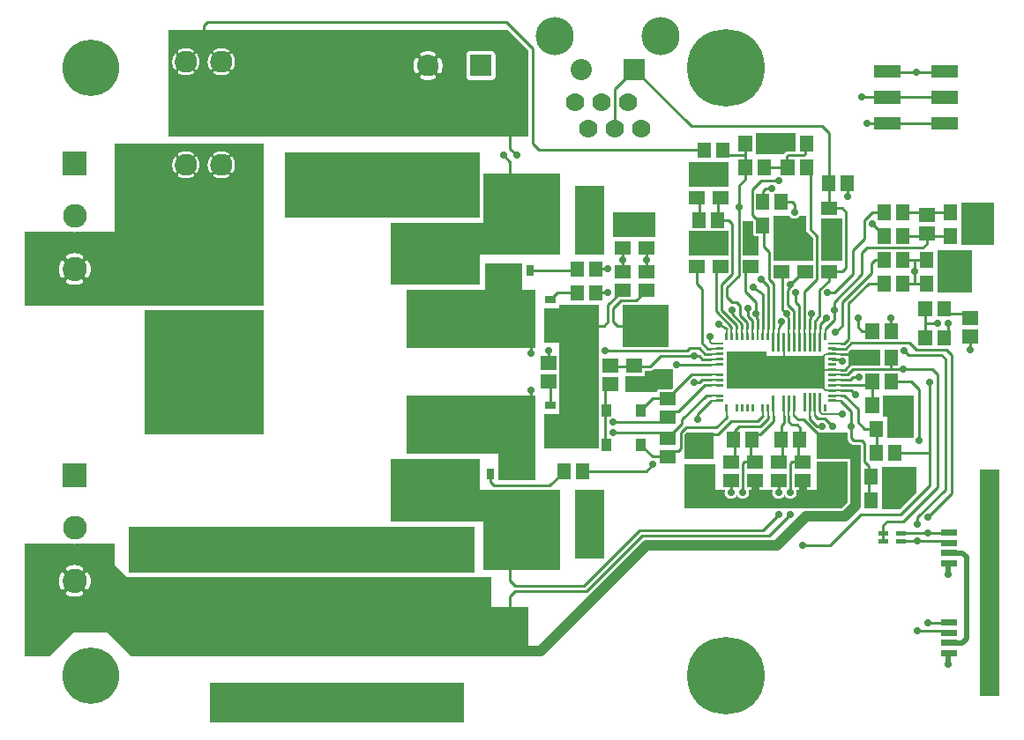
<source format=gbr>
G04 start of page 2 for group 0 idx 0 *
G04 Title: (unknown), component *
G04 Creator: pcb 20140316 *
G04 CreationDate: Thu 02 Jul 2020 08:39:24 PM GMT UTC *
G04 For: railfan *
G04 Format: Gerber/RS-274X *
G04 PCB-Dimensions (mil): 4000.00 2950.00 *
G04 PCB-Coordinate-Origin: lower left *
%MOIN*%
%FSLAX25Y25*%
%LNTOP*%
%ADD50C,0.1280*%
%ADD49C,0.0480*%
%ADD48C,0.1285*%
%ADD47C,0.0550*%
%ADD46C,0.0630*%
%ADD45C,0.0120*%
%ADD44C,0.0280*%
%ADD43R,0.2080X0.2080*%
%ADD42R,0.0430X0.0430*%
%ADD41R,0.2100X0.2100*%
%ADD40R,0.0167X0.0167*%
%ADD39R,0.0472X0.0472*%
%ADD38R,0.0236X0.0236*%
%ADD37R,0.1240X0.1240*%
%ADD36R,0.0787X0.0787*%
%ADD35R,0.1417X0.1417*%
%ADD34R,0.0098X0.0098*%
%ADD33R,0.0360X0.0360*%
%ADD32R,0.0470X0.0470*%
%ADD31R,0.1799X0.1799*%
%ADD30R,0.1476X0.1476*%
%ADD29R,0.0709X0.0709*%
%ADD28R,0.0236X0.0236*%
%ADD27R,0.0512X0.0512*%
%ADD26R,0.0157X0.0157*%
%ADD25R,0.0260X0.0260*%
%ADD24R,0.0197X0.0197*%
%ADD23C,0.0700*%
%ADD22C,0.0800*%
%ADD21C,0.1440*%
%ADD20C,0.2937*%
%ADD19C,0.2137*%
%ADD18C,0.0900*%
%ADD17C,0.0830*%
%ADD16C,0.0200*%
%ADD15C,0.0300*%
%ADD14C,0.0080*%
%ADD13C,0.0400*%
%ADD12C,0.0100*%
%ADD11C,0.0001*%
G54D11*G36*
X199000Y106500D02*Y118000D01*
X213000D01*
Y106500D01*
X199000D01*
G37*
G36*
X164500Y116500D02*Y138500D01*
X213000D01*
Y116500D01*
X164500D01*
G37*
G36*
X194000Y188500D02*X208000D01*
Y177000D01*
X194000D01*
Y188500D01*
G37*
G36*
X164500Y178500D02*X213000D01*
Y156500D01*
X164500D01*
Y178500D01*
G37*
G36*
X110500Y171000D02*Y124000D01*
X65500D01*
Y171000D01*
X110500D01*
G37*
G36*
X59500Y71500D02*Y89000D01*
X190000D01*
Y71500D01*
X59500D01*
G37*
G36*
X90000Y30000D02*X186000D01*
Y15000D01*
X90000D01*
Y30000D01*
G37*
G36*
X222500Y103000D02*Y72500D01*
X193500D01*
Y103000D01*
X222500D01*
G37*
G36*
X228000Y77000D02*Y103000D01*
X239000D01*
Y77000D01*
X228000D01*
G37*
G36*
X216500Y131500D02*X234500D01*
Y118500D01*
X216500D01*
Y131500D01*
G37*
G36*
X237000Y118500D02*X222000D01*
Y173000D01*
X237000D01*
Y118500D01*
G37*
G36*
X158500Y91000D02*Y114500D01*
X192000D01*
Y91000D01*
X158500D01*
G37*
G36*
X187000D02*Y103000D01*
X206000D01*
Y91000D01*
X187000D01*
G37*
G36*
X43926Y200500D02*X110500D01*
Y172500D01*
X43926D01*
Y183303D01*
X43930Y183305D01*
X44033Y183364D01*
X44125Y183438D01*
X44204Y183525D01*
X44266Y183625D01*
X44511Y184112D01*
X44705Y184622D01*
X44852Y185148D01*
X44951Y185684D01*
X45000Y186227D01*
Y186773D01*
X44951Y187316D01*
X44852Y187852D01*
X44705Y188378D01*
X44511Y188888D01*
X44272Y189378D01*
X44208Y189478D01*
X44128Y189566D01*
X44035Y189640D01*
X43932Y189699D01*
X43926Y189702D01*
Y200500D01*
G37*
G36*
X39002Y200482D02*X39235Y200500D01*
X43926D01*
Y189702D01*
X43821Y189742D01*
X43705Y189766D01*
X43587Y189772D01*
X43468Y189760D01*
X43354Y189729D01*
X43245Y189680D01*
X43146Y189615D01*
X43058Y189535D01*
X42983Y189443D01*
X42924Y189340D01*
X42882Y189229D01*
X42857Y189113D01*
X42851Y188994D01*
X42864Y188876D01*
X42895Y188761D01*
X42946Y188654D01*
X43129Y188289D01*
X43274Y187907D01*
X43384Y187513D01*
X43458Y187111D01*
X43495Y186704D01*
Y186296D01*
X43458Y185889D01*
X43384Y185487D01*
X43274Y185093D01*
X43129Y184711D01*
X42950Y184344D01*
X42900Y184237D01*
X42869Y184123D01*
X42856Y184006D01*
X42862Y183888D01*
X42886Y183772D01*
X42928Y183662D01*
X42987Y183560D01*
X43061Y183468D01*
X43149Y183389D01*
X43248Y183324D01*
X43355Y183276D01*
X43469Y183245D01*
X43587Y183232D01*
X43705Y183238D01*
X43820Y183263D01*
X43926Y183303D01*
Y172500D01*
X39002D01*
Y180500D01*
X39273D01*
X39816Y180549D01*
X40352Y180648D01*
X40878Y180795D01*
X41388Y180989D01*
X41878Y181228D01*
X41978Y181292D01*
X42066Y181372D01*
X42140Y181465D01*
X42199Y181568D01*
X42242Y181679D01*
X42266Y181795D01*
X42272Y181913D01*
X42260Y182032D01*
X42229Y182146D01*
X42180Y182255D01*
X42115Y182354D01*
X42035Y182442D01*
X41943Y182517D01*
X41840Y182576D01*
X41729Y182618D01*
X41613Y182643D01*
X41494Y182649D01*
X41376Y182636D01*
X41261Y182605D01*
X41154Y182554D01*
X40789Y182371D01*
X40407Y182226D01*
X40013Y182116D01*
X39611Y182042D01*
X39204Y182005D01*
X39002D01*
Y190995D01*
X39204D01*
X39611Y190958D01*
X40013Y190884D01*
X40407Y190774D01*
X40789Y190629D01*
X41156Y190450D01*
X41263Y190400D01*
X41377Y190369D01*
X41494Y190356D01*
X41612Y190362D01*
X41728Y190386D01*
X41838Y190428D01*
X41940Y190487D01*
X42032Y190561D01*
X42111Y190649D01*
X42176Y190748D01*
X42224Y190855D01*
X42255Y190969D01*
X42268Y191087D01*
X42262Y191205D01*
X42237Y191320D01*
X42195Y191430D01*
X42136Y191533D01*
X42062Y191625D01*
X41975Y191704D01*
X41875Y191766D01*
X41388Y192011D01*
X40878Y192205D01*
X40352Y192352D01*
X39816Y192451D01*
X39273Y192500D01*
X39002D01*
Y200482D01*
G37*
G36*
X34074Y200500D02*X38765D01*
X39000Y200481D01*
X39002Y200482D01*
Y192500D01*
X38727D01*
X38184Y192451D01*
X37648Y192352D01*
X37122Y192205D01*
X36612Y192011D01*
X36122Y191772D01*
X36022Y191708D01*
X35934Y191628D01*
X35860Y191535D01*
X35801Y191432D01*
X35758Y191321D01*
X35734Y191205D01*
X35728Y191087D01*
X35740Y190968D01*
X35771Y190854D01*
X35820Y190745D01*
X35885Y190646D01*
X35965Y190558D01*
X36057Y190483D01*
X36160Y190424D01*
X36271Y190382D01*
X36387Y190357D01*
X36506Y190351D01*
X36624Y190364D01*
X36739Y190395D01*
X36846Y190446D01*
X37211Y190629D01*
X37593Y190774D01*
X37987Y190884D01*
X38389Y190958D01*
X38796Y190995D01*
X39002D01*
Y182005D01*
X38796D01*
X38389Y182042D01*
X37987Y182116D01*
X37593Y182226D01*
X37211Y182371D01*
X36844Y182550D01*
X36737Y182600D01*
X36623Y182631D01*
X36506Y182644D01*
X36388Y182638D01*
X36272Y182614D01*
X36162Y182572D01*
X36060Y182513D01*
X35968Y182439D01*
X35889Y182351D01*
X35824Y182252D01*
X35776Y182145D01*
X35745Y182031D01*
X35732Y181913D01*
X35738Y181795D01*
X35763Y181680D01*
X35805Y181570D01*
X35864Y181467D01*
X35938Y181375D01*
X36025Y181296D01*
X36125Y181234D01*
X36612Y180989D01*
X37122Y180795D01*
X37648Y180648D01*
X38184Y180549D01*
X38727Y180500D01*
X39002D01*
Y172500D01*
X34074D01*
Y183298D01*
X34179Y183258D01*
X34295Y183234D01*
X34413Y183228D01*
X34532Y183240D01*
X34646Y183271D01*
X34755Y183320D01*
X34854Y183385D01*
X34942Y183465D01*
X35017Y183557D01*
X35076Y183660D01*
X35118Y183771D01*
X35143Y183887D01*
X35149Y184006D01*
X35136Y184124D01*
X35105Y184239D01*
X35054Y184346D01*
X34871Y184711D01*
X34726Y185093D01*
X34616Y185487D01*
X34542Y185889D01*
X34505Y186296D01*
Y186704D01*
X34542Y187111D01*
X34616Y187513D01*
X34726Y187907D01*
X34871Y188289D01*
X35050Y188656D01*
X35100Y188763D01*
X35131Y188877D01*
X35144Y188994D01*
X35138Y189112D01*
X35114Y189228D01*
X35072Y189338D01*
X35013Y189440D01*
X34939Y189532D01*
X34851Y189611D01*
X34752Y189676D01*
X34645Y189724D01*
X34531Y189755D01*
X34413Y189768D01*
X34295Y189762D01*
X34180Y189737D01*
X34074Y189697D01*
Y200500D01*
G37*
G36*
X20000D02*X34074D01*
Y189697D01*
X34070Y189695D01*
X33967Y189636D01*
X33875Y189562D01*
X33796Y189475D01*
X33734Y189375D01*
X33489Y188888D01*
X33295Y188378D01*
X33148Y187852D01*
X33049Y187316D01*
X33000Y186773D01*
Y186227D01*
X33049Y185684D01*
X33148Y185148D01*
X33295Y184622D01*
X33489Y184112D01*
X33728Y183622D01*
X33792Y183522D01*
X33872Y183434D01*
X33965Y183360D01*
X34068Y183301D01*
X34074Y183298D01*
Y172500D01*
X20000D01*
Y200500D01*
G37*
G36*
X110500Y172500D02*X98680D01*
Y223147D01*
X98689Y223156D01*
X98735Y223219D01*
X98966Y223608D01*
X99158Y224017D01*
X99314Y224442D01*
X99431Y224878D01*
X99510Y225323D01*
X99550Y225774D01*
Y226226D01*
X99510Y226677D01*
X99431Y227122D01*
X99314Y227558D01*
X99158Y227983D01*
X98966Y228392D01*
X98739Y228783D01*
X98692Y228847D01*
X98680Y228858D01*
Y234000D01*
X110500D01*
Y172500D01*
G37*
G36*
X98680D02*X94402D01*
Y220850D01*
X94626D01*
X95077Y220890D01*
X95522Y220969D01*
X95958Y221086D01*
X96383Y221242D01*
X96792Y221434D01*
X97183Y221661D01*
X97247Y221708D01*
X97302Y221766D01*
X97347Y221831D01*
X97382Y221902D01*
X97405Y221978D01*
X97415Y222057D01*
X97414Y222136D01*
X97400Y222214D01*
X97374Y222289D01*
X97336Y222359D01*
X97288Y222422D01*
X97231Y222477D01*
X97166Y222522D01*
X97094Y222557D01*
X97019Y222580D01*
X96940Y222591D01*
X96861Y222589D01*
X96783Y222575D01*
X96708Y222549D01*
X96639Y222510D01*
X96326Y222324D01*
X95996Y222169D01*
X95655Y222044D01*
X95303Y221949D01*
X94945Y221886D01*
X94582Y221854D01*
X94402D01*
Y230146D01*
X94582D01*
X94945Y230114D01*
X95303Y230051D01*
X95655Y229956D01*
X95996Y229831D01*
X96326Y229676D01*
X96641Y229493D01*
X96709Y229455D01*
X96784Y229429D01*
X96861Y229415D01*
X96940Y229413D01*
X97018Y229424D01*
X97093Y229447D01*
X97164Y229481D01*
X97228Y229526D01*
X97285Y229580D01*
X97333Y229643D01*
X97370Y229713D01*
X97396Y229787D01*
X97410Y229864D01*
X97411Y229943D01*
X97401Y230021D01*
X97378Y230096D01*
X97344Y230167D01*
X97299Y230232D01*
X97244Y230289D01*
X97181Y230335D01*
X96792Y230566D01*
X96383Y230758D01*
X95958Y230914D01*
X95522Y231031D01*
X95077Y231110D01*
X94626Y231150D01*
X94402D01*
Y234000D01*
X98680D01*
Y228858D01*
X98634Y228902D01*
X98569Y228947D01*
X98498Y228982D01*
X98422Y229005D01*
X98343Y229015D01*
X98264Y229014D01*
X98186Y229000D01*
X98111Y228974D01*
X98041Y228936D01*
X97978Y228888D01*
X97923Y228831D01*
X97878Y228766D01*
X97843Y228694D01*
X97820Y228619D01*
X97809Y228540D01*
X97811Y228461D01*
X97825Y228383D01*
X97851Y228308D01*
X97890Y228239D01*
X98076Y227926D01*
X98231Y227596D01*
X98356Y227255D01*
X98451Y226903D01*
X98514Y226545D01*
X98546Y226182D01*
Y225818D01*
X98514Y225455D01*
X98451Y225097D01*
X98356Y224745D01*
X98231Y224404D01*
X98076Y224074D01*
X97893Y223759D01*
X97855Y223691D01*
X97829Y223616D01*
X97815Y223539D01*
X97813Y223460D01*
X97824Y223382D01*
X97847Y223307D01*
X97881Y223236D01*
X97926Y223172D01*
X97980Y223115D01*
X98043Y223067D01*
X98113Y223030D01*
X98187Y223004D01*
X98264Y222990D01*
X98343Y222989D01*
X98421Y222999D01*
X98496Y223022D01*
X98567Y223056D01*
X98632Y223101D01*
X98680Y223147D01*
Y172500D01*
G37*
G36*
X94402D02*X90120D01*
Y223142D01*
X90166Y223098D01*
X90231Y223053D01*
X90302Y223018D01*
X90378Y222995D01*
X90457Y222985D01*
X90536Y222986D01*
X90614Y223000D01*
X90689Y223026D01*
X90759Y223064D01*
X90822Y223112D01*
X90877Y223169D01*
X90922Y223234D01*
X90957Y223306D01*
X90980Y223381D01*
X90991Y223460D01*
X90989Y223539D01*
X90975Y223617D01*
X90949Y223692D01*
X90910Y223761D01*
X90724Y224074D01*
X90569Y224404D01*
X90444Y224745D01*
X90349Y225097D01*
X90286Y225455D01*
X90254Y225818D01*
Y226182D01*
X90286Y226545D01*
X90349Y226903D01*
X90444Y227255D01*
X90569Y227596D01*
X90724Y227926D01*
X90907Y228241D01*
X90945Y228309D01*
X90971Y228384D01*
X90985Y228461D01*
X90987Y228540D01*
X90976Y228618D01*
X90953Y228693D01*
X90919Y228764D01*
X90874Y228828D01*
X90820Y228885D01*
X90757Y228933D01*
X90687Y228970D01*
X90613Y228996D01*
X90536Y229010D01*
X90457Y229011D01*
X90379Y229001D01*
X90304Y228978D01*
X90233Y228944D01*
X90168Y228899D01*
X90120Y228853D01*
Y234000D01*
X94402D01*
Y231150D01*
X94174D01*
X93723Y231110D01*
X93278Y231031D01*
X92842Y230914D01*
X92417Y230758D01*
X92008Y230566D01*
X91617Y230339D01*
X91553Y230292D01*
X91498Y230234D01*
X91453Y230169D01*
X91418Y230098D01*
X91395Y230022D01*
X91385Y229943D01*
X91386Y229864D01*
X91400Y229786D01*
X91426Y229711D01*
X91464Y229641D01*
X91512Y229578D01*
X91569Y229523D01*
X91634Y229478D01*
X91706Y229443D01*
X91781Y229420D01*
X91860Y229409D01*
X91939Y229411D01*
X92017Y229425D01*
X92092Y229451D01*
X92161Y229490D01*
X92474Y229676D01*
X92804Y229831D01*
X93145Y229956D01*
X93497Y230051D01*
X93855Y230114D01*
X94218Y230146D01*
X94402D01*
Y221854D01*
X94218D01*
X93855Y221886D01*
X93497Y221949D01*
X93145Y222044D01*
X92804Y222169D01*
X92474Y222324D01*
X92159Y222507D01*
X92091Y222545D01*
X92016Y222571D01*
X91939Y222585D01*
X91860Y222587D01*
X91782Y222576D01*
X91707Y222553D01*
X91636Y222519D01*
X91572Y222474D01*
X91515Y222420D01*
X91467Y222357D01*
X91430Y222287D01*
X91404Y222213D01*
X91390Y222136D01*
X91389Y222057D01*
X91399Y221979D01*
X91422Y221904D01*
X91456Y221833D01*
X91501Y221768D01*
X91556Y221711D01*
X91619Y221665D01*
X92008Y221434D01*
X92417Y221242D01*
X92842Y221086D01*
X93278Y220969D01*
X93723Y220890D01*
X94174Y220850D01*
X94402D01*
Y172500D01*
G37*
G36*
X90120D02*X85280D01*
Y223147D01*
X85289Y223156D01*
X85335Y223219D01*
X85566Y223608D01*
X85758Y224017D01*
X85914Y224442D01*
X86031Y224878D01*
X86110Y225323D01*
X86150Y225774D01*
Y226226D01*
X86110Y226677D01*
X86031Y227122D01*
X85914Y227558D01*
X85758Y227983D01*
X85566Y228392D01*
X85339Y228783D01*
X85292Y228847D01*
X85280Y228858D01*
Y234000D01*
X90120D01*
Y228853D01*
X90111Y228844D01*
X90065Y228781D01*
X89834Y228392D01*
X89642Y227983D01*
X89486Y227558D01*
X89369Y227122D01*
X89290Y226677D01*
X89250Y226226D01*
Y225774D01*
X89290Y225323D01*
X89369Y224878D01*
X89486Y224442D01*
X89642Y224017D01*
X89834Y223608D01*
X90061Y223217D01*
X90108Y223153D01*
X90120Y223142D01*
Y172500D01*
G37*
G36*
X85280D02*X81002D01*
Y220850D01*
X81226D01*
X81677Y220890D01*
X82122Y220969D01*
X82558Y221086D01*
X82983Y221242D01*
X83392Y221434D01*
X83783Y221661D01*
X83847Y221708D01*
X83902Y221766D01*
X83947Y221831D01*
X83982Y221902D01*
X84005Y221978D01*
X84015Y222057D01*
X84014Y222136D01*
X84000Y222214D01*
X83974Y222289D01*
X83936Y222359D01*
X83888Y222422D01*
X83831Y222477D01*
X83766Y222522D01*
X83694Y222557D01*
X83619Y222580D01*
X83540Y222591D01*
X83461Y222589D01*
X83383Y222575D01*
X83308Y222549D01*
X83239Y222510D01*
X82926Y222324D01*
X82596Y222169D01*
X82255Y222044D01*
X81903Y221949D01*
X81545Y221886D01*
X81182Y221854D01*
X81002D01*
Y230146D01*
X81182D01*
X81545Y230114D01*
X81903Y230051D01*
X82255Y229956D01*
X82596Y229831D01*
X82926Y229676D01*
X83241Y229493D01*
X83309Y229455D01*
X83384Y229429D01*
X83461Y229415D01*
X83540Y229413D01*
X83618Y229424D01*
X83693Y229447D01*
X83764Y229481D01*
X83828Y229526D01*
X83885Y229580D01*
X83933Y229643D01*
X83970Y229713D01*
X83996Y229787D01*
X84010Y229864D01*
X84011Y229943D01*
X84001Y230021D01*
X83978Y230096D01*
X83944Y230167D01*
X83899Y230232D01*
X83844Y230289D01*
X83781Y230335D01*
X83392Y230566D01*
X82983Y230758D01*
X82558Y230914D01*
X82122Y231031D01*
X81677Y231110D01*
X81226Y231150D01*
X81002D01*
Y234000D01*
X85280D01*
Y228858D01*
X85234Y228902D01*
X85169Y228947D01*
X85098Y228982D01*
X85022Y229005D01*
X84943Y229015D01*
X84864Y229014D01*
X84786Y229000D01*
X84711Y228974D01*
X84641Y228936D01*
X84578Y228888D01*
X84523Y228831D01*
X84478Y228766D01*
X84443Y228694D01*
X84420Y228619D01*
X84409Y228540D01*
X84411Y228461D01*
X84425Y228383D01*
X84451Y228308D01*
X84490Y228239D01*
X84676Y227926D01*
X84831Y227596D01*
X84956Y227255D01*
X85051Y226903D01*
X85114Y226545D01*
X85146Y226182D01*
Y225818D01*
X85114Y225455D01*
X85051Y225097D01*
X84956Y224745D01*
X84831Y224404D01*
X84676Y224074D01*
X84493Y223759D01*
X84455Y223691D01*
X84429Y223616D01*
X84415Y223539D01*
X84413Y223460D01*
X84424Y223382D01*
X84447Y223307D01*
X84481Y223236D01*
X84526Y223172D01*
X84580Y223115D01*
X84643Y223067D01*
X84713Y223030D01*
X84787Y223004D01*
X84864Y222990D01*
X84943Y222989D01*
X85021Y222999D01*
X85096Y223022D01*
X85167Y223056D01*
X85232Y223101D01*
X85280Y223147D01*
Y172500D01*
G37*
G36*
X81002D02*X76720D01*
Y223142D01*
X76766Y223098D01*
X76831Y223053D01*
X76902Y223018D01*
X76978Y222995D01*
X77057Y222985D01*
X77136Y222986D01*
X77214Y223000D01*
X77289Y223026D01*
X77359Y223064D01*
X77422Y223112D01*
X77477Y223169D01*
X77522Y223234D01*
X77557Y223306D01*
X77580Y223381D01*
X77591Y223460D01*
X77589Y223539D01*
X77575Y223617D01*
X77549Y223692D01*
X77510Y223761D01*
X77324Y224074D01*
X77169Y224404D01*
X77044Y224745D01*
X76949Y225097D01*
X76886Y225455D01*
X76854Y225818D01*
Y226182D01*
X76886Y226545D01*
X76949Y226903D01*
X77044Y227255D01*
X77169Y227596D01*
X77324Y227926D01*
X77507Y228241D01*
X77545Y228309D01*
X77571Y228384D01*
X77585Y228461D01*
X77587Y228540D01*
X77576Y228618D01*
X77553Y228693D01*
X77519Y228764D01*
X77474Y228828D01*
X77420Y228885D01*
X77357Y228933D01*
X77287Y228970D01*
X77213Y228996D01*
X77136Y229010D01*
X77057Y229011D01*
X76979Y229001D01*
X76904Y228978D01*
X76833Y228944D01*
X76768Y228899D01*
X76720Y228853D01*
Y234000D01*
X81002D01*
Y231150D01*
X80774D01*
X80323Y231110D01*
X79878Y231031D01*
X79442Y230914D01*
X79017Y230758D01*
X78608Y230566D01*
X78217Y230339D01*
X78153Y230292D01*
X78098Y230234D01*
X78053Y230169D01*
X78018Y230098D01*
X77995Y230022D01*
X77985Y229943D01*
X77986Y229864D01*
X78000Y229786D01*
X78026Y229711D01*
X78064Y229641D01*
X78112Y229578D01*
X78169Y229523D01*
X78234Y229478D01*
X78306Y229443D01*
X78381Y229420D01*
X78460Y229409D01*
X78539Y229411D01*
X78617Y229425D01*
X78692Y229451D01*
X78761Y229490D01*
X79074Y229676D01*
X79404Y229831D01*
X79745Y229956D01*
X80097Y230051D01*
X80455Y230114D01*
X80818Y230146D01*
X81002D01*
Y221854D01*
X80818D01*
X80455Y221886D01*
X80097Y221949D01*
X79745Y222044D01*
X79404Y222169D01*
X79074Y222324D01*
X78759Y222507D01*
X78691Y222545D01*
X78616Y222571D01*
X78539Y222585D01*
X78460Y222587D01*
X78382Y222576D01*
X78307Y222553D01*
X78236Y222519D01*
X78172Y222474D01*
X78115Y222420D01*
X78067Y222357D01*
X78030Y222287D01*
X78004Y222213D01*
X77990Y222136D01*
X77989Y222057D01*
X77999Y221979D01*
X78022Y221904D01*
X78056Y221833D01*
X78101Y221768D01*
X78156Y221711D01*
X78219Y221665D01*
X78608Y221434D01*
X79017Y221242D01*
X79442Y221086D01*
X79878Y220969D01*
X80323Y220890D01*
X80774Y220850D01*
X81002D01*
Y172500D01*
G37*
G36*
X76720D02*X54000D01*
Y234000D01*
X76720D01*
Y228853D01*
X76711Y228844D01*
X76665Y228781D01*
X76434Y228392D01*
X76242Y227983D01*
X76086Y227558D01*
X75969Y227122D01*
X75890Y226677D01*
X75850Y226226D01*
Y225774D01*
X75890Y225323D01*
X75969Y224878D01*
X76086Y224442D01*
X76242Y224017D01*
X76434Y223608D01*
X76661Y223217D01*
X76708Y223153D01*
X76720Y223142D01*
Y172500D01*
G37*
G36*
X210500Y236500D02*X192500D01*
Y258007D01*
X196735Y258014D01*
X196965Y258069D01*
X197183Y258159D01*
X197384Y258283D01*
X197564Y258436D01*
X197717Y258616D01*
X197841Y258817D01*
X197931Y259035D01*
X197986Y259265D01*
X198000Y259500D01*
X197986Y267735D01*
X197931Y267965D01*
X197841Y268183D01*
X197717Y268384D01*
X197564Y268564D01*
X197384Y268717D01*
X197183Y268841D01*
X196965Y268931D01*
X196735Y268986D01*
X196500Y269000D01*
X192500Y268993D01*
Y277000D01*
X202879D01*
X210500Y269379D01*
Y236500D01*
G37*
G36*
X192500D02*X176993D01*
Y260645D01*
X177078Y260681D01*
X177179Y260743D01*
X177269Y260819D01*
X177345Y260909D01*
X177405Y261011D01*
X177622Y261480D01*
X177789Y261969D01*
X177909Y262472D01*
X177982Y262984D01*
X178006Y263500D01*
X177982Y264016D01*
X177909Y264528D01*
X177789Y265031D01*
X177622Y265520D01*
X177410Y265992D01*
X177349Y266093D01*
X177272Y266184D01*
X177182Y266261D01*
X177080Y266323D01*
X176993Y266360D01*
Y277000D01*
X192500D01*
Y268993D01*
X188265Y268986D01*
X188035Y268931D01*
X187817Y268841D01*
X187616Y268717D01*
X187436Y268564D01*
X187283Y268384D01*
X187159Y268183D01*
X187069Y267965D01*
X187014Y267735D01*
X187000Y267500D01*
X187014Y259265D01*
X187069Y259035D01*
X187159Y258817D01*
X187283Y258616D01*
X187436Y258436D01*
X187616Y258283D01*
X187817Y258159D01*
X188035Y258069D01*
X188265Y258014D01*
X188500Y258000D01*
X192500Y258007D01*
Y236500D01*
G37*
G36*
X176993D02*X172502D01*
Y257994D01*
X173016Y258018D01*
X173528Y258091D01*
X174031Y258211D01*
X174520Y258378D01*
X174992Y258590D01*
X175093Y258651D01*
X175184Y258728D01*
X175261Y258818D01*
X175323Y258920D01*
X175369Y259029D01*
X175397Y259145D01*
X175406Y259263D01*
X175397Y259381D01*
X175370Y259497D01*
X175324Y259607D01*
X175262Y259708D01*
X175186Y259798D01*
X175095Y259876D01*
X174994Y259938D01*
X174885Y259984D01*
X174769Y260011D01*
X174651Y260021D01*
X174532Y260012D01*
X174417Y259984D01*
X174308Y259937D01*
X173968Y259779D01*
X173612Y259658D01*
X173247Y259570D01*
X172875Y259518D01*
X172502Y259500D01*
Y267500D01*
X172875Y267482D01*
X173247Y267430D01*
X173612Y267342D01*
X173968Y267221D01*
X174310Y267067D01*
X174418Y267020D01*
X174533Y266993D01*
X174651Y266983D01*
X174768Y266993D01*
X174883Y267021D01*
X174992Y267066D01*
X175093Y267128D01*
X175182Y267205D01*
X175259Y267295D01*
X175320Y267395D01*
X175365Y267504D01*
X175393Y267619D01*
X175402Y267737D01*
X175392Y267855D01*
X175365Y267969D01*
X175319Y268078D01*
X175257Y268179D01*
X175181Y268269D01*
X175091Y268345D01*
X174989Y268405D01*
X174520Y268622D01*
X174031Y268789D01*
X173528Y268909D01*
X173016Y268982D01*
X172502Y269006D01*
Y277000D01*
X176993D01*
Y266360D01*
X176971Y266369D01*
X176855Y266397D01*
X176737Y266406D01*
X176619Y266397D01*
X176503Y266370D01*
X176393Y266324D01*
X176292Y266262D01*
X176202Y266186D01*
X176124Y266095D01*
X176062Y265994D01*
X176016Y265885D01*
X175989Y265769D01*
X175979Y265651D01*
X175988Y265532D01*
X176016Y265417D01*
X176063Y265308D01*
X176221Y264968D01*
X176342Y264612D01*
X176430Y264247D01*
X176482Y263875D01*
X176500Y263500D01*
X176482Y263125D01*
X176430Y262753D01*
X176342Y262388D01*
X176221Y262032D01*
X176067Y261690D01*
X176020Y261582D01*
X175993Y261467D01*
X175983Y261349D01*
X175993Y261232D01*
X176021Y261117D01*
X176066Y261008D01*
X176128Y260907D01*
X176205Y260818D01*
X176295Y260741D01*
X176395Y260680D01*
X176504Y260635D01*
X176619Y260607D01*
X176737Y260598D01*
X176855Y260608D01*
X176969Y260635D01*
X176993Y260645D01*
Y236500D01*
G37*
G36*
X172502D02*X168007D01*
Y260640D01*
X168029Y260631D01*
X168145Y260603D01*
X168263Y260594D01*
X168381Y260603D01*
X168497Y260630D01*
X168607Y260676D01*
X168708Y260738D01*
X168798Y260814D01*
X168876Y260905D01*
X168938Y261006D01*
X168984Y261115D01*
X169011Y261231D01*
X169021Y261349D01*
X169012Y261468D01*
X168984Y261583D01*
X168937Y261692D01*
X168779Y262032D01*
X168658Y262388D01*
X168570Y262753D01*
X168518Y263125D01*
X168500Y263500D01*
X168518Y263875D01*
X168570Y264247D01*
X168658Y264612D01*
X168779Y264968D01*
X168933Y265310D01*
X168980Y265418D01*
X169007Y265533D01*
X169017Y265651D01*
X169007Y265768D01*
X168979Y265883D01*
X168934Y265992D01*
X168872Y266093D01*
X168795Y266182D01*
X168705Y266259D01*
X168605Y266320D01*
X168496Y266365D01*
X168381Y266393D01*
X168263Y266402D01*
X168145Y266392D01*
X168031Y266365D01*
X168007Y266355D01*
Y277000D01*
X172502D01*
Y269006D01*
X172500Y269006D01*
X171984Y268982D01*
X171472Y268909D01*
X170969Y268789D01*
X170480Y268622D01*
X170008Y268410D01*
X169907Y268349D01*
X169816Y268272D01*
X169739Y268182D01*
X169677Y268080D01*
X169631Y267971D01*
X169603Y267855D01*
X169594Y267737D01*
X169603Y267619D01*
X169630Y267503D01*
X169676Y267393D01*
X169738Y267292D01*
X169814Y267202D01*
X169905Y267124D01*
X170006Y267062D01*
X170115Y267016D01*
X170231Y266989D01*
X170349Y266979D01*
X170468Y266988D01*
X170583Y267016D01*
X170692Y267063D01*
X171032Y267221D01*
X171388Y267342D01*
X171753Y267430D01*
X172125Y267482D01*
X172500Y267500D01*
X172502Y267500D01*
Y259500D01*
X172500Y259500D01*
X172125Y259518D01*
X171753Y259570D01*
X171388Y259658D01*
X171032Y259779D01*
X170690Y259933D01*
X170582Y259980D01*
X170467Y260007D01*
X170349Y260017D01*
X170232Y260007D01*
X170117Y259979D01*
X170008Y259934D01*
X169907Y259872D01*
X169818Y259795D01*
X169741Y259705D01*
X169680Y259605D01*
X169635Y259496D01*
X169607Y259381D01*
X169598Y259263D01*
X169608Y259145D01*
X169635Y259031D01*
X169681Y258922D01*
X169743Y258821D01*
X169819Y258731D01*
X169909Y258655D01*
X170011Y258595D01*
X170480Y258378D01*
X170969Y258211D01*
X171472Y258091D01*
X171984Y258018D01*
X172500Y257994D01*
X172502Y257994D01*
Y236500D01*
G37*
G36*
X168007D02*X98680D01*
Y262147D01*
X98689Y262156D01*
X98735Y262219D01*
X98966Y262608D01*
X99158Y263017D01*
X99314Y263442D01*
X99431Y263878D01*
X99510Y264323D01*
X99550Y264774D01*
Y265226D01*
X99510Y265677D01*
X99431Y266122D01*
X99314Y266558D01*
X99158Y266983D01*
X98966Y267392D01*
X98739Y267783D01*
X98692Y267847D01*
X98680Y267858D01*
Y277000D01*
X168007D01*
Y266355D01*
X167922Y266319D01*
X167821Y266257D01*
X167731Y266181D01*
X167655Y266091D01*
X167595Y265989D01*
X167378Y265520D01*
X167211Y265031D01*
X167091Y264528D01*
X167018Y264016D01*
X166994Y263500D01*
X167018Y262984D01*
X167091Y262472D01*
X167211Y261969D01*
X167378Y261480D01*
X167590Y261008D01*
X167651Y260907D01*
X167728Y260816D01*
X167818Y260739D01*
X167920Y260677D01*
X168007Y260640D01*
Y236500D01*
G37*
G36*
X98680D02*X94402D01*
Y259850D01*
X94626D01*
X95077Y259890D01*
X95522Y259969D01*
X95958Y260086D01*
X96383Y260242D01*
X96792Y260434D01*
X97183Y260661D01*
X97247Y260708D01*
X97302Y260766D01*
X97347Y260831D01*
X97382Y260902D01*
X97405Y260978D01*
X97415Y261057D01*
X97414Y261136D01*
X97400Y261214D01*
X97374Y261289D01*
X97336Y261359D01*
X97288Y261422D01*
X97231Y261477D01*
X97166Y261522D01*
X97094Y261557D01*
X97019Y261580D01*
X96940Y261591D01*
X96861Y261589D01*
X96783Y261575D01*
X96708Y261549D01*
X96639Y261510D01*
X96326Y261324D01*
X95996Y261169D01*
X95655Y261044D01*
X95303Y260949D01*
X94945Y260886D01*
X94582Y260854D01*
X94402D01*
Y269146D01*
X94582D01*
X94945Y269114D01*
X95303Y269051D01*
X95655Y268956D01*
X95996Y268831D01*
X96326Y268676D01*
X96641Y268493D01*
X96709Y268455D01*
X96784Y268429D01*
X96861Y268415D01*
X96940Y268413D01*
X97018Y268424D01*
X97093Y268447D01*
X97164Y268481D01*
X97228Y268526D01*
X97285Y268580D01*
X97333Y268643D01*
X97370Y268713D01*
X97396Y268787D01*
X97410Y268864D01*
X97411Y268943D01*
X97401Y269021D01*
X97378Y269096D01*
X97344Y269167D01*
X97299Y269232D01*
X97244Y269289D01*
X97181Y269335D01*
X96792Y269566D01*
X96383Y269758D01*
X95958Y269914D01*
X95522Y270031D01*
X95077Y270110D01*
X94626Y270150D01*
X94402D01*
Y277000D01*
X98680D01*
Y267858D01*
X98634Y267902D01*
X98569Y267947D01*
X98498Y267982D01*
X98422Y268005D01*
X98343Y268015D01*
X98264Y268014D01*
X98186Y268000D01*
X98111Y267974D01*
X98041Y267936D01*
X97978Y267888D01*
X97923Y267831D01*
X97878Y267766D01*
X97843Y267694D01*
X97820Y267619D01*
X97809Y267540D01*
X97811Y267461D01*
X97825Y267383D01*
X97851Y267308D01*
X97890Y267239D01*
X98076Y266926D01*
X98231Y266596D01*
X98356Y266255D01*
X98451Y265903D01*
X98514Y265545D01*
X98546Y265182D01*
Y264818D01*
X98514Y264455D01*
X98451Y264097D01*
X98356Y263745D01*
X98231Y263404D01*
X98076Y263074D01*
X97893Y262759D01*
X97855Y262691D01*
X97829Y262616D01*
X97815Y262539D01*
X97813Y262460D01*
X97824Y262382D01*
X97847Y262307D01*
X97881Y262236D01*
X97926Y262172D01*
X97980Y262115D01*
X98043Y262067D01*
X98113Y262030D01*
X98187Y262004D01*
X98264Y261990D01*
X98343Y261989D01*
X98421Y261999D01*
X98496Y262022D01*
X98567Y262056D01*
X98632Y262101D01*
X98680Y262147D01*
Y236500D01*
G37*
G36*
X94402D02*X90120D01*
Y262142D01*
X90166Y262098D01*
X90231Y262053D01*
X90302Y262018D01*
X90378Y261995D01*
X90457Y261985D01*
X90536Y261986D01*
X90614Y262000D01*
X90689Y262026D01*
X90759Y262064D01*
X90822Y262112D01*
X90877Y262169D01*
X90922Y262234D01*
X90957Y262306D01*
X90980Y262381D01*
X90991Y262460D01*
X90989Y262539D01*
X90975Y262617D01*
X90949Y262692D01*
X90910Y262761D01*
X90724Y263074D01*
X90569Y263404D01*
X90444Y263745D01*
X90349Y264097D01*
X90286Y264455D01*
X90254Y264818D01*
Y265182D01*
X90286Y265545D01*
X90349Y265903D01*
X90444Y266255D01*
X90569Y266596D01*
X90724Y266926D01*
X90907Y267241D01*
X90945Y267309D01*
X90971Y267384D01*
X90985Y267461D01*
X90987Y267540D01*
X90976Y267618D01*
X90953Y267693D01*
X90919Y267764D01*
X90874Y267828D01*
X90820Y267885D01*
X90757Y267933D01*
X90687Y267970D01*
X90613Y267996D01*
X90536Y268010D01*
X90457Y268011D01*
X90379Y268001D01*
X90304Y267978D01*
X90233Y267944D01*
X90168Y267899D01*
X90120Y267853D01*
Y277000D01*
X94402D01*
Y270150D01*
X94174D01*
X93723Y270110D01*
X93278Y270031D01*
X92842Y269914D01*
X92417Y269758D01*
X92008Y269566D01*
X91617Y269339D01*
X91553Y269292D01*
X91498Y269234D01*
X91453Y269169D01*
X91418Y269098D01*
X91395Y269022D01*
X91385Y268943D01*
X91386Y268864D01*
X91400Y268786D01*
X91426Y268711D01*
X91464Y268641D01*
X91512Y268578D01*
X91569Y268523D01*
X91634Y268478D01*
X91706Y268443D01*
X91781Y268420D01*
X91860Y268409D01*
X91939Y268411D01*
X92017Y268425D01*
X92092Y268451D01*
X92161Y268490D01*
X92474Y268676D01*
X92804Y268831D01*
X93145Y268956D01*
X93497Y269051D01*
X93855Y269114D01*
X94218Y269146D01*
X94402D01*
Y260854D01*
X94218D01*
X93855Y260886D01*
X93497Y260949D01*
X93145Y261044D01*
X92804Y261169D01*
X92474Y261324D01*
X92159Y261507D01*
X92091Y261545D01*
X92016Y261571D01*
X91939Y261585D01*
X91860Y261587D01*
X91782Y261576D01*
X91707Y261553D01*
X91636Y261519D01*
X91572Y261474D01*
X91515Y261420D01*
X91467Y261357D01*
X91430Y261287D01*
X91404Y261213D01*
X91390Y261136D01*
X91389Y261057D01*
X91399Y260979D01*
X91422Y260904D01*
X91456Y260833D01*
X91501Y260768D01*
X91556Y260711D01*
X91619Y260665D01*
X92008Y260434D01*
X92417Y260242D01*
X92842Y260086D01*
X93278Y259969D01*
X93723Y259890D01*
X94174Y259850D01*
X94402D01*
Y236500D01*
G37*
G36*
X90120D02*X85280D01*
Y262147D01*
X85289Y262156D01*
X85335Y262219D01*
X85566Y262608D01*
X85758Y263017D01*
X85914Y263442D01*
X86031Y263878D01*
X86110Y264323D01*
X86150Y264774D01*
Y265226D01*
X86110Y265677D01*
X86031Y266122D01*
X85914Y266558D01*
X85758Y266983D01*
X85566Y267392D01*
X85339Y267783D01*
X85292Y267847D01*
X85280Y267858D01*
Y277000D01*
X90120D01*
Y267853D01*
X90111Y267844D01*
X90065Y267781D01*
X89834Y267392D01*
X89642Y266983D01*
X89486Y266558D01*
X89369Y266122D01*
X89290Y265677D01*
X89250Y265226D01*
Y264774D01*
X89290Y264323D01*
X89369Y263878D01*
X89486Y263442D01*
X89642Y263017D01*
X89834Y262608D01*
X90061Y262217D01*
X90108Y262153D01*
X90120Y262142D01*
Y236500D01*
G37*
G36*
X85280D02*X81002D01*
Y259850D01*
X81226D01*
X81677Y259890D01*
X82122Y259969D01*
X82558Y260086D01*
X82983Y260242D01*
X83392Y260434D01*
X83783Y260661D01*
X83847Y260708D01*
X83902Y260766D01*
X83947Y260831D01*
X83982Y260902D01*
X84005Y260978D01*
X84015Y261057D01*
X84014Y261136D01*
X84000Y261214D01*
X83974Y261289D01*
X83936Y261359D01*
X83888Y261422D01*
X83831Y261477D01*
X83766Y261522D01*
X83694Y261557D01*
X83619Y261580D01*
X83540Y261591D01*
X83461Y261589D01*
X83383Y261575D01*
X83308Y261549D01*
X83239Y261510D01*
X82926Y261324D01*
X82596Y261169D01*
X82255Y261044D01*
X81903Y260949D01*
X81545Y260886D01*
X81182Y260854D01*
X81002D01*
Y269146D01*
X81182D01*
X81545Y269114D01*
X81903Y269051D01*
X82255Y268956D01*
X82596Y268831D01*
X82926Y268676D01*
X83241Y268493D01*
X83309Y268455D01*
X83384Y268429D01*
X83461Y268415D01*
X83540Y268413D01*
X83618Y268424D01*
X83693Y268447D01*
X83764Y268481D01*
X83828Y268526D01*
X83885Y268580D01*
X83933Y268643D01*
X83970Y268713D01*
X83996Y268787D01*
X84010Y268864D01*
X84011Y268943D01*
X84001Y269021D01*
X83978Y269096D01*
X83944Y269167D01*
X83899Y269232D01*
X83844Y269289D01*
X83781Y269335D01*
X83392Y269566D01*
X82983Y269758D01*
X82558Y269914D01*
X82122Y270031D01*
X81677Y270110D01*
X81226Y270150D01*
X81002D01*
Y277000D01*
X85280D01*
Y267858D01*
X85234Y267902D01*
X85169Y267947D01*
X85098Y267982D01*
X85022Y268005D01*
X84943Y268015D01*
X84864Y268014D01*
X84786Y268000D01*
X84711Y267974D01*
X84641Y267936D01*
X84578Y267888D01*
X84523Y267831D01*
X84478Y267766D01*
X84443Y267694D01*
X84420Y267619D01*
X84409Y267540D01*
X84411Y267461D01*
X84425Y267383D01*
X84451Y267308D01*
X84490Y267239D01*
X84676Y266926D01*
X84831Y266596D01*
X84956Y266255D01*
X85051Y265903D01*
X85114Y265545D01*
X85146Y265182D01*
Y264818D01*
X85114Y264455D01*
X85051Y264097D01*
X84956Y263745D01*
X84831Y263404D01*
X84676Y263074D01*
X84493Y262759D01*
X84455Y262691D01*
X84429Y262616D01*
X84415Y262539D01*
X84413Y262460D01*
X84424Y262382D01*
X84447Y262307D01*
X84481Y262236D01*
X84526Y262172D01*
X84580Y262115D01*
X84643Y262067D01*
X84713Y262030D01*
X84787Y262004D01*
X84864Y261990D01*
X84943Y261989D01*
X85021Y261999D01*
X85096Y262022D01*
X85167Y262056D01*
X85232Y262101D01*
X85280Y262147D01*
Y236500D01*
G37*
G36*
X81002D02*X76720D01*
Y262142D01*
X76766Y262098D01*
X76831Y262053D01*
X76902Y262018D01*
X76978Y261995D01*
X77057Y261985D01*
X77136Y261986D01*
X77214Y262000D01*
X77289Y262026D01*
X77359Y262064D01*
X77422Y262112D01*
X77477Y262169D01*
X77522Y262234D01*
X77557Y262306D01*
X77580Y262381D01*
X77591Y262460D01*
X77589Y262539D01*
X77575Y262617D01*
X77549Y262692D01*
X77510Y262761D01*
X77324Y263074D01*
X77169Y263404D01*
X77044Y263745D01*
X76949Y264097D01*
X76886Y264455D01*
X76854Y264818D01*
Y265182D01*
X76886Y265545D01*
X76949Y265903D01*
X77044Y266255D01*
X77169Y266596D01*
X77324Y266926D01*
X77507Y267241D01*
X77545Y267309D01*
X77571Y267384D01*
X77585Y267461D01*
X77587Y267540D01*
X77576Y267618D01*
X77553Y267693D01*
X77519Y267764D01*
X77474Y267828D01*
X77420Y267885D01*
X77357Y267933D01*
X77287Y267970D01*
X77213Y267996D01*
X77136Y268010D01*
X77057Y268011D01*
X76979Y268001D01*
X76904Y267978D01*
X76833Y267944D01*
X76768Y267899D01*
X76720Y267853D01*
Y277000D01*
X81002D01*
Y270150D01*
X80774D01*
X80323Y270110D01*
X79878Y270031D01*
X79442Y269914D01*
X79017Y269758D01*
X78608Y269566D01*
X78217Y269339D01*
X78153Y269292D01*
X78098Y269234D01*
X78053Y269169D01*
X78018Y269098D01*
X77995Y269022D01*
X77985Y268943D01*
X77986Y268864D01*
X78000Y268786D01*
X78026Y268711D01*
X78064Y268641D01*
X78112Y268578D01*
X78169Y268523D01*
X78234Y268478D01*
X78306Y268443D01*
X78381Y268420D01*
X78460Y268409D01*
X78539Y268411D01*
X78617Y268425D01*
X78692Y268451D01*
X78761Y268490D01*
X79074Y268676D01*
X79404Y268831D01*
X79745Y268956D01*
X80097Y269051D01*
X80455Y269114D01*
X80818Y269146D01*
X81002D01*
Y260854D01*
X80818D01*
X80455Y260886D01*
X80097Y260949D01*
X79745Y261044D01*
X79404Y261169D01*
X79074Y261324D01*
X78759Y261507D01*
X78691Y261545D01*
X78616Y261571D01*
X78539Y261585D01*
X78460Y261587D01*
X78382Y261576D01*
X78307Y261553D01*
X78236Y261519D01*
X78172Y261474D01*
X78115Y261420D01*
X78067Y261357D01*
X78030Y261287D01*
X78004Y261213D01*
X77990Y261136D01*
X77989Y261057D01*
X77999Y260979D01*
X78022Y260904D01*
X78056Y260833D01*
X78101Y260768D01*
X78156Y260711D01*
X78219Y260665D01*
X78608Y260434D01*
X79017Y260242D01*
X79442Y260086D01*
X79878Y259969D01*
X80323Y259890D01*
X80774Y259850D01*
X81002D01*
Y236500D01*
G37*
G36*
X76720D02*X74500D01*
Y277000D01*
X76720D01*
Y267853D01*
X76711Y267844D01*
X76665Y267781D01*
X76434Y267392D01*
X76242Y266983D01*
X76086Y266558D01*
X75969Y266122D01*
X75890Y265677D01*
X75850Y265226D01*
Y264774D01*
X75890Y264323D01*
X75969Y263878D01*
X76086Y263442D01*
X76242Y263017D01*
X76434Y262608D01*
X76661Y262217D01*
X76708Y262153D01*
X76720Y262142D01*
Y236500D01*
G37*
G36*
X192000Y230500D02*Y206000D01*
X118500D01*
Y230500D01*
X192000D01*
G37*
G36*
X158500Y204000D02*X192000D01*
Y180500D01*
X158500D01*
Y204000D01*
G37*
G36*
X189500D02*X198000D01*
Y192000D01*
X189500D01*
Y204000D01*
G37*
G36*
X43926Y82500D02*X54000D01*
Y54500D01*
X43926D01*
Y65303D01*
X43930Y65305D01*
X44033Y65364D01*
X44125Y65438D01*
X44204Y65525D01*
X44266Y65625D01*
X44511Y66112D01*
X44705Y66622D01*
X44852Y67148D01*
X44951Y67684D01*
X45000Y68227D01*
Y68773D01*
X44951Y69316D01*
X44852Y69852D01*
X44705Y70378D01*
X44511Y70888D01*
X44272Y71378D01*
X44208Y71478D01*
X44128Y71566D01*
X44035Y71640D01*
X43932Y71699D01*
X43926Y71702D01*
Y82500D01*
G37*
G36*
X39002Y82482D02*X39235Y82500D01*
X43926D01*
Y71702D01*
X43821Y71742D01*
X43705Y71766D01*
X43587Y71772D01*
X43468Y71760D01*
X43354Y71729D01*
X43245Y71680D01*
X43146Y71615D01*
X43058Y71535D01*
X42983Y71443D01*
X42924Y71340D01*
X42882Y71229D01*
X42857Y71113D01*
X42851Y70994D01*
X42864Y70876D01*
X42895Y70761D01*
X42946Y70654D01*
X43129Y70289D01*
X43274Y69907D01*
X43384Y69513D01*
X43458Y69111D01*
X43495Y68704D01*
Y68296D01*
X43458Y67889D01*
X43384Y67487D01*
X43274Y67093D01*
X43129Y66711D01*
X42950Y66344D01*
X42900Y66237D01*
X42869Y66123D01*
X42856Y66006D01*
X42862Y65888D01*
X42886Y65772D01*
X42928Y65662D01*
X42987Y65560D01*
X43061Y65468D01*
X43149Y65389D01*
X43248Y65324D01*
X43355Y65276D01*
X43469Y65245D01*
X43587Y65232D01*
X43705Y65238D01*
X43820Y65263D01*
X43926Y65303D01*
Y54500D01*
X39002D01*
Y62500D01*
X39273D01*
X39816Y62549D01*
X40352Y62648D01*
X40878Y62795D01*
X41388Y62989D01*
X41878Y63228D01*
X41978Y63292D01*
X42066Y63372D01*
X42140Y63465D01*
X42199Y63568D01*
X42242Y63679D01*
X42266Y63795D01*
X42272Y63913D01*
X42260Y64032D01*
X42229Y64146D01*
X42180Y64255D01*
X42115Y64354D01*
X42035Y64442D01*
X41943Y64517D01*
X41840Y64576D01*
X41729Y64618D01*
X41613Y64643D01*
X41494Y64649D01*
X41376Y64636D01*
X41261Y64605D01*
X41154Y64554D01*
X40789Y64371D01*
X40407Y64226D01*
X40013Y64116D01*
X39611Y64042D01*
X39204Y64005D01*
X39002D01*
Y72995D01*
X39204D01*
X39611Y72958D01*
X40013Y72884D01*
X40407Y72774D01*
X40789Y72629D01*
X41156Y72450D01*
X41263Y72400D01*
X41377Y72369D01*
X41494Y72356D01*
X41612Y72362D01*
X41728Y72386D01*
X41838Y72428D01*
X41940Y72487D01*
X42032Y72561D01*
X42111Y72649D01*
X42176Y72748D01*
X42224Y72855D01*
X42255Y72969D01*
X42268Y73087D01*
X42262Y73205D01*
X42237Y73320D01*
X42195Y73430D01*
X42136Y73533D01*
X42062Y73625D01*
X41975Y73704D01*
X41875Y73766D01*
X41388Y74011D01*
X40878Y74205D01*
X40352Y74352D01*
X39816Y74451D01*
X39273Y74500D01*
X39002D01*
Y82482D01*
G37*
G36*
X34074Y82500D02*X38765D01*
X39000Y82481D01*
X39002Y82482D01*
Y74500D01*
X38727D01*
X38184Y74451D01*
X37648Y74352D01*
X37122Y74205D01*
X36612Y74011D01*
X36122Y73772D01*
X36022Y73708D01*
X35934Y73628D01*
X35860Y73535D01*
X35801Y73432D01*
X35758Y73321D01*
X35734Y73205D01*
X35728Y73087D01*
X35740Y72968D01*
X35771Y72854D01*
X35820Y72745D01*
X35885Y72646D01*
X35965Y72558D01*
X36057Y72483D01*
X36160Y72424D01*
X36271Y72382D01*
X36387Y72357D01*
X36506Y72351D01*
X36624Y72364D01*
X36739Y72395D01*
X36846Y72446D01*
X37211Y72629D01*
X37593Y72774D01*
X37987Y72884D01*
X38389Y72958D01*
X38796Y72995D01*
X39002D01*
Y64005D01*
X38796D01*
X38389Y64042D01*
X37987Y64116D01*
X37593Y64226D01*
X37211Y64371D01*
X36844Y64550D01*
X36737Y64600D01*
X36623Y64631D01*
X36506Y64644D01*
X36388Y64638D01*
X36272Y64614D01*
X36162Y64572D01*
X36060Y64513D01*
X35968Y64439D01*
X35889Y64351D01*
X35824Y64252D01*
X35776Y64145D01*
X35745Y64031D01*
X35732Y63913D01*
X35738Y63795D01*
X35763Y63680D01*
X35805Y63570D01*
X35864Y63467D01*
X35938Y63375D01*
X36025Y63296D01*
X36125Y63234D01*
X36612Y62989D01*
X37122Y62795D01*
X37648Y62648D01*
X38184Y62549D01*
X38727Y62500D01*
X39002D01*
Y54500D01*
X34074D01*
Y65298D01*
X34179Y65258D01*
X34295Y65234D01*
X34413Y65228D01*
X34532Y65240D01*
X34646Y65271D01*
X34755Y65320D01*
X34854Y65385D01*
X34942Y65465D01*
X35017Y65557D01*
X35076Y65660D01*
X35118Y65771D01*
X35143Y65887D01*
X35149Y66006D01*
X35136Y66124D01*
X35105Y66239D01*
X35054Y66346D01*
X34871Y66711D01*
X34726Y67093D01*
X34616Y67487D01*
X34542Y67889D01*
X34505Y68296D01*
Y68704D01*
X34542Y69111D01*
X34616Y69513D01*
X34726Y69907D01*
X34871Y70289D01*
X35050Y70656D01*
X35100Y70763D01*
X35131Y70877D01*
X35144Y70994D01*
X35138Y71112D01*
X35114Y71228D01*
X35072Y71338D01*
X35013Y71440D01*
X34939Y71532D01*
X34851Y71611D01*
X34752Y71676D01*
X34645Y71724D01*
X34531Y71755D01*
X34413Y71768D01*
X34295Y71762D01*
X34180Y71737D01*
X34074Y71697D01*
Y82500D01*
G37*
G36*
X20000D02*X34074D01*
Y71697D01*
X34070Y71695D01*
X33967Y71636D01*
X33875Y71562D01*
X33796Y71475D01*
X33734Y71375D01*
X33489Y70888D01*
X33295Y70378D01*
X33148Y69852D01*
X33049Y69316D01*
X33000Y68773D01*
Y68227D01*
X33049Y67684D01*
X33148Y67148D01*
X33295Y66622D01*
X33489Y66112D01*
X33728Y65622D01*
X33792Y65522D01*
X33872Y65434D01*
X33965Y65360D01*
X34068Y65301D01*
X34074Y65298D01*
Y54500D01*
X20000D01*
Y82500D01*
G37*
G36*
X210500Y40000D02*X60500D01*
X51500Y49000D01*
X39002D01*
Y62500D01*
X39273D01*
X39816Y62549D01*
X40352Y62648D01*
X40878Y62795D01*
X41388Y62989D01*
X41878Y63228D01*
X41978Y63292D01*
X42066Y63372D01*
X42140Y63465D01*
X42199Y63568D01*
X42242Y63679D01*
X42266Y63795D01*
X42272Y63913D01*
X42260Y64032D01*
X42229Y64146D01*
X42180Y64255D01*
X42115Y64354D01*
X42035Y64442D01*
X41943Y64517D01*
X41840Y64576D01*
X41729Y64618D01*
X41613Y64643D01*
X41494Y64649D01*
X41376Y64636D01*
X41261Y64605D01*
X41154Y64554D01*
X40789Y64371D01*
X40407Y64226D01*
X40013Y64116D01*
X39611Y64042D01*
X39204Y64005D01*
X39002D01*
Y70000D01*
X43239D01*
X43274Y69907D01*
X43384Y69513D01*
X43458Y69111D01*
X43495Y68704D01*
Y68296D01*
X43458Y67889D01*
X43384Y67487D01*
X43274Y67093D01*
X43129Y66711D01*
X42950Y66344D01*
X42900Y66237D01*
X42869Y66123D01*
X42856Y66006D01*
X42862Y65888D01*
X42886Y65772D01*
X42928Y65662D01*
X42987Y65560D01*
X43061Y65468D01*
X43149Y65389D01*
X43248Y65324D01*
X43355Y65276D01*
X43469Y65245D01*
X43587Y65232D01*
X43705Y65238D01*
X43820Y65263D01*
X43930Y65305D01*
X44033Y65364D01*
X44125Y65438D01*
X44204Y65525D01*
X44266Y65625D01*
X44511Y66112D01*
X44705Y66622D01*
X44852Y67148D01*
X44951Y67684D01*
X45000Y68227D01*
Y68773D01*
X44951Y69316D01*
X44852Y69852D01*
X44811Y70000D01*
X196500D01*
Y58500D01*
X210500D01*
Y40000D01*
G37*
G36*
X39002Y49000D02*X38500D01*
X29500Y40000D01*
X20000D01*
Y70000D01*
X33189D01*
X33148Y69852D01*
X33049Y69316D01*
X33000Y68773D01*
Y68227D01*
X33049Y67684D01*
X33148Y67148D01*
X33295Y66622D01*
X33489Y66112D01*
X33728Y65622D01*
X33792Y65522D01*
X33872Y65434D01*
X33965Y65360D01*
X34068Y65301D01*
X34179Y65258D01*
X34295Y65234D01*
X34413Y65228D01*
X34532Y65240D01*
X34646Y65271D01*
X34755Y65320D01*
X34854Y65385D01*
X34942Y65465D01*
X35017Y65557D01*
X35076Y65660D01*
X35118Y65771D01*
X35143Y65887D01*
X35149Y66006D01*
X35136Y66124D01*
X35105Y66239D01*
X35054Y66346D01*
X34871Y66711D01*
X34726Y67093D01*
X34616Y67487D01*
X34542Y67889D01*
X34505Y68296D01*
Y68704D01*
X34542Y69111D01*
X34616Y69513D01*
X34726Y69907D01*
X34761Y70000D01*
X39002D01*
Y64005D01*
X38796D01*
X38389Y64042D01*
X37987Y64116D01*
X37593Y64226D01*
X37211Y64371D01*
X36844Y64550D01*
X36737Y64600D01*
X36623Y64631D01*
X36506Y64644D01*
X36388Y64638D01*
X36272Y64614D01*
X36162Y64572D01*
X36060Y64513D01*
X35968Y64439D01*
X35889Y64351D01*
X35824Y64252D01*
X35776Y64145D01*
X35745Y64031D01*
X35732Y63913D01*
X35738Y63795D01*
X35763Y63680D01*
X35805Y63570D01*
X35864Y63467D01*
X35938Y63375D01*
X36025Y63296D01*
X36125Y63234D01*
X36612Y62989D01*
X37122Y62795D01*
X37648Y62648D01*
X38184Y62549D01*
X38727Y62500D01*
X39002D01*
Y49000D01*
G37*
G36*
X58500Y70000D02*Y68500D01*
X52500D01*
Y74500D01*
X54000D01*
X58500Y70000D01*
G37*
G36*
X222500Y192000D02*X193500D01*
Y222500D01*
X222500D01*
Y192000D01*
G37*
G36*
X228000Y218000D02*X239000D01*
Y192000D01*
X228000D01*
Y218000D01*
G37*
G36*
X216500Y171500D02*X234500D01*
Y158500D01*
X216500D01*
Y171500D01*
G37*
G36*
X242500Y198500D02*Y208000D01*
X258500D01*
Y198500D01*
X242500D01*
G37*
G36*
X246000Y157000D02*Y172879D01*
X246121Y173000D01*
X250984D01*
X251043Y172995D01*
X251102Y173000D01*
X263500D01*
Y157000D01*
X246000D01*
G37*
G36*
X247000Y146000D02*X260500D01*
Y141094D01*
X259891Y141093D01*
X259738Y141056D01*
X259593Y140996D01*
X259458Y140914D01*
X259339Y140811D01*
X259236Y140692D01*
X259154Y140557D01*
X259094Y140412D01*
X259057Y140259D01*
X259048Y140102D01*
X259048Y140000D01*
X247000D01*
Y146000D01*
G37*
G36*
X254500Y140000D02*Y148043D01*
X256484D01*
X256543Y148038D01*
X256778Y148057D01*
X256778Y148057D01*
X257008Y148112D01*
X257226Y148202D01*
X257427Y148326D01*
X257607Y148479D01*
X257625Y148500D01*
X265000D01*
Y141664D01*
X264435Y141100D01*
X259891Y141093D01*
X259738Y141056D01*
X259593Y140996D01*
X259458Y140914D01*
X259339Y140811D01*
X259236Y140692D01*
X259154Y140557D01*
X259094Y140412D01*
X259057Y140259D01*
X259048Y140102D01*
X259048Y140000D01*
X254500D01*
G37*
G36*
X328757Y96000D02*X319500D01*
Y113500D01*
X331000D01*
Y108000D01*
X331000Y108000D01*
Y98243D01*
X328757Y96000D01*
G37*
G36*
X269500D02*Y112500D01*
X281000D01*
Y96000D01*
X269500D01*
G37*
G36*
X280500Y124500D02*Y124059D01*
X280495Y124000D01*
X280500Y123941D01*
Y114500D01*
X269500D01*
Y118441D01*
X269505Y118500D01*
X269500Y118559D01*
Y123879D01*
X270121Y124500D01*
X280500D01*
G37*
G36*
X269500Y103000D02*X283603D01*
X283738Y102944D01*
X283891Y102907D01*
X284048Y102898D01*
X284775Y102899D01*
X284710Y102744D01*
X284622Y102377D01*
X284593Y102000D01*
X284622Y101623D01*
X284710Y101256D01*
X284855Y100907D01*
X285052Y100585D01*
X285298Y100298D01*
X285585Y100052D01*
X285907Y99855D01*
X286256Y99710D01*
X286623Y99622D01*
X287000Y99593D01*
X287377Y99622D01*
X287744Y99710D01*
X288093Y99855D01*
X288415Y100052D01*
X288702Y100298D01*
X288948Y100585D01*
X289145Y100907D01*
X289250Y101161D01*
X289355Y100907D01*
X289552Y100585D01*
X289798Y100298D01*
X290085Y100052D01*
X290407Y99855D01*
X290756Y99710D01*
X291123Y99622D01*
X291500Y99593D01*
X291877Y99622D01*
X292244Y99710D01*
X292593Y99855D01*
X292915Y100052D01*
X293202Y100298D01*
X293448Y100585D01*
X293645Y100907D01*
X293790Y101256D01*
X293878Y101623D01*
X293900Y102000D01*
X293878Y102377D01*
X293790Y102744D01*
X293684Y103000D01*
X301603D01*
X301738Y102944D01*
X301891Y102907D01*
X302048Y102898D01*
X302775Y102899D01*
X302710Y102744D01*
X302622Y102377D01*
X302593Y102000D01*
X302622Y101623D01*
X302710Y101256D01*
X302855Y100907D01*
X303052Y100585D01*
X303298Y100298D01*
X303585Y100052D01*
X303907Y99855D01*
X304256Y99710D01*
X304623Y99622D01*
X305000Y99593D01*
X305377Y99622D01*
X305744Y99710D01*
X306093Y99855D01*
X306415Y100052D01*
X306702Y100298D01*
X306948Y100585D01*
X307145Y100907D01*
X307250Y101161D01*
X307355Y100907D01*
X307552Y100585D01*
X307798Y100298D01*
X308085Y100052D01*
X308407Y99855D01*
X308756Y99710D01*
X309123Y99622D01*
X309500Y99593D01*
X309877Y99622D01*
X310244Y99710D01*
X310593Y99855D01*
X310915Y100052D01*
X311202Y100298D01*
X311448Y100585D01*
X311645Y100907D01*
X311790Y101256D01*
X311878Y101623D01*
X311900Y102000D01*
X311878Y102377D01*
X311790Y102744D01*
X311684Y103000D01*
X331000D01*
Y98243D01*
X328757Y96000D01*
X315618D01*
X315500Y96009D01*
X315382Y96000D01*
X269500D01*
Y103000D01*
G37*
G36*
X374000Y211500D02*X386500D01*
Y195500D01*
X374000D01*
Y211500D01*
G37*
G36*
X381000Y25000D02*Y110500D01*
X388500D01*
Y25000D01*
X381000D01*
G37*
G36*
X343500Y156000D02*Y150000D01*
X333059D01*
X333000Y150005D01*
X332941Y150000D01*
X331500D01*
Y155379D01*
X332121Y156000D01*
X343500D01*
G37*
G36*
X346000Y138500D02*X356000D01*
Y122830D01*
X355855Y122593D01*
X355816Y122500D01*
X346000D01*
Y138500D01*
G37*
G36*
X319500Y124500D02*X331000D01*
Y122559D01*
X330995Y122500D01*
X331014Y122265D01*
X331069Y122035D01*
X331159Y121817D01*
X331283Y121616D01*
X331283Y121615D01*
X331436Y121436D01*
X331481Y121398D01*
X332398Y120481D01*
X332436Y120436D01*
X332616Y120283D01*
X332817Y120159D01*
X333035Y120069D01*
X333265Y120014D01*
X333500Y119995D01*
X333559Y120000D01*
X335879D01*
X336000Y119879D01*
Y114500D01*
X319500D01*
Y124500D01*
G37*
G36*
X351500Y138500D02*Y130500D01*
X344500D01*
Y138500D01*
X351500D01*
G37*
G36*
X344000Y111500D02*X357000D01*
Y101621D01*
X350879Y95500D01*
X344000D01*
Y111500D01*
G37*
G36*
X365000Y193500D02*X378000D01*
Y177500D01*
X365000D01*
Y193500D01*
G37*
G36*
X286000Y191500D02*X271000D01*
Y201000D01*
X286000D01*
Y191500D01*
G37*
G36*
X303000Y189500D02*Y192941D01*
X303005Y193000D01*
X303000Y193059D01*
Y199000D01*
X317379D01*
X318000Y198379D01*
Y189500D01*
X303000D01*
G37*
G36*
X291500Y191500D02*Y204500D01*
X295336D01*
X295400Y204435D01*
X295407Y199891D01*
X295444Y199738D01*
X295504Y199593D01*
X295586Y199458D01*
X295689Y199339D01*
X295808Y199236D01*
X295943Y199154D01*
X296088Y199094D01*
X296241Y199057D01*
X296398Y199048D01*
X297500Y199050D01*
Y191500D01*
X291500D01*
G37*
G36*
X271000Y217500D02*Y227000D01*
X286000D01*
Y217500D01*
X271000D01*
G37*
G36*
X318000Y197000D02*X303000D01*
Y206500D01*
X309125D01*
X309298Y206298D01*
X309585Y206052D01*
X309907Y205855D01*
X310256Y205710D01*
X310623Y205622D01*
X311000Y205593D01*
X311377Y205622D01*
X311744Y205710D01*
X312093Y205855D01*
X312415Y206052D01*
X312702Y206298D01*
X312875Y206500D01*
X315500D01*
Y201559D01*
X315495Y201500D01*
X315514Y201265D01*
X315569Y201035D01*
X315659Y200817D01*
X315783Y200616D01*
X315936Y200436D01*
X315981Y200398D01*
X318000Y198379D01*
Y197000D01*
G37*
G36*
X321000Y189500D02*Y198941D01*
X321005Y199000D01*
X321000Y199059D01*
Y205500D01*
X329000D01*
Y189500D01*
X321000D01*
G37*
G36*
X296500Y238000D02*X311500D01*
Y231000D01*
X308559D01*
X308500Y231005D01*
X308265Y230986D01*
X308265Y230986D01*
X308265Y230986D01*
X308265Y230986D01*
X308088Y230944D01*
X308035Y230931D01*
X308035Y230931D01*
X308035Y230931D01*
X307873Y230864D01*
X307817Y230841D01*
X307817Y230841D01*
X307817Y230841D01*
X307673Y230753D01*
X307616Y230717D01*
X307616Y230717D01*
X307616Y230717D01*
X307615Y230717D01*
X307436Y230564D01*
X307398Y230519D01*
X306938Y230059D01*
X306893Y230021D01*
X306875Y230000D01*
X296500D01*
Y238000D01*
G37*
G54D12*X214500Y231500D02*X212000Y234000D01*
Y270000D01*
X202000Y280000D01*
X89000D01*
X203500Y240524D02*Y234500D01*
Y232000D01*
X89000Y280000D02*X87700Y278700D01*
Y245500D01*
X203500Y232000D02*X206000Y229500D01*
X218937Y135000D02*Y143957D01*
X257400Y115500D02*X263000D01*
X252900Y133000D02*X257443Y137543D01*
X263000D01*
X242500Y128500D02*X263000D01*
X242500Y124500D02*X263000D01*
X239500Y142457D02*Y120000D01*
X211500Y140500D02*Y137000D01*
X196000Y108917D02*Y106000D01*
X197500Y104500D01*
X218457D01*
X223957Y110000D01*
X252900Y120000D02*X257400Y115500D01*
X257500Y112500D02*X255000Y110000D01*
X231000D01*
X203500Y76524D02*Y68500D01*
X205500Y66500D01*
X203500Y62500D02*X205500Y64500D01*
Y66500D02*X231500D01*
X205500Y64500D02*X232500D01*
X203500Y54476D02*Y62500D01*
G54D13*X202500Y42000D02*X215000D01*
G54D12*X231500Y66500D02*X252500Y87500D01*
X232500Y64500D02*X253500Y85500D01*
G54D13*X215000Y42000D02*X255000Y82000D01*
G54D12*X267000Y117500D02*X268000Y118500D01*
Y124500D01*
X268500Y128000D02*X263086Y122586D01*
G54D14*X285299Y134114D02*Y131000D01*
G54D12*X297079Y129000D02*X287000D01*
G54D14*X299079Y134114D02*Y131000D01*
G54D12*X297079Y129000D01*
G54D14*X301047Y134114D02*Y131000D01*
X303016Y135689D02*Y131000D01*
G54D12*X301047D02*Y130047D01*
X303016Y130984D02*Y129016D01*
X285299Y131000D02*Y130299D01*
X290000Y127000D02*X288457Y125457D01*
G54D14*X316795Y136280D02*Y131000D01*
G54D12*Y129705D01*
X298000Y127000D02*X290000D01*
X294543Y122000D02*Y113543D01*
X288457Y125457D02*Y113500D01*
X298000Y124000D02*X295000D01*
X282000D02*X275000D01*
X267000Y117500D02*X263000D01*
X296000Y113543D02*X292043D01*
X291500Y113000D01*
Y102000D01*
X287000D02*Y106457D01*
G54D15*X296000D02*Y99500D01*
G54D12*X252500Y87500D02*X299000D01*
X253500Y85500D02*X301500D01*
G54D13*X255000Y82000D02*X304500D01*
G54D12*X299000Y87500D02*X305000Y93500D01*
X301500Y85500D02*X309500Y93500D01*
G54D13*X304500Y82000D02*X315500Y93000D01*
G54D12*X268000Y124500D02*X270000Y126500D01*
X281500D01*
X268500Y128000D02*Y129500D01*
X285299Y130299D02*X281500Y126500D01*
X287000Y129000D02*X282000Y124000D01*
G54D14*X282740Y146516D02*X279500D01*
X282740Y144547D02*X279500D01*
X282740Y142579D02*X279500D01*
G54D12*X263000Y137543D02*X271973Y146516D01*
X267000Y132500D02*X263000D01*
X271973Y146516D02*X279500D01*
Y144547D02*X276047D01*
X275000Y143500D01*
X273000D01*
X279500Y142579D02*X277079D01*
G54D14*X282740Y138642D02*X279500D01*
X282740Y136673D02*X279500D01*
G54D12*Y138642D02*X277642D01*
X277079Y142579D02*X267000Y132500D01*
X279500Y136673D02*X274500Y131673D01*
X277642Y138642D02*X268500Y129500D01*
X274500D02*Y131673D01*
X312543Y122000D02*Y113543D01*
X306457Y122000D02*Y113543D01*
X314000D02*X310043D01*
X309500Y113000D01*
Y102000D01*
X305000D02*Y106457D01*
X301047Y130047D02*X298000Y127000D01*
X303016Y129016D02*X298000Y124000D01*
G54D14*X306953Y135689D02*Y131000D01*
X308921Y135689D02*Y131000D01*
X310890Y135689D02*Y131000D01*
G54D12*X306953D02*Y128453D01*
X305957Y127457D01*
Y122000D01*
X308921Y131000D02*Y128579D01*
X310000Y127500D01*
X312000D01*
X310890Y131000D02*X312390Y129500D01*
X314500D01*
G54D14*X318764Y136280D02*Y131000D01*
X320732Y136280D02*Y132368D01*
X321500Y131600D01*
G54D12*X312000Y127500D02*X313043Y126457D01*
Y122000D01*
X314500Y129500D02*X322500Y121500D01*
X319500Y127000D02*X321500D01*
X316795Y129705D02*X319500Y127000D01*
X318764Y131000D02*X319764Y130000D01*
X322500D01*
X325500Y127000D01*
G54D14*X325260Y136673D02*X328500D01*
X325260Y138642D02*X328500D01*
Y140610D02*X322890D01*
G54D12*X328500Y142579D02*X340457D01*
X328500Y140610D02*X332390D01*
X334000Y139000D01*
X328500Y138642D02*X329858D01*
X328500Y144547D02*X332047D01*
X333000Y145500D01*
X335500D01*
X328500Y136673D02*X332500Y132673D01*
X329858Y138642D02*X335000Y133500D01*
Y128500D01*
G54D14*X321500Y131600D02*X329000D01*
G54D15*X314000Y106457D02*Y99500D01*
G54D13*X315500Y93000D02*X330000D01*
X334000Y97000D01*
Y108000D01*
Y97000D02*Y116500D01*
G54D12*X337500Y120500D02*Y113500D01*
X339000Y112000D01*
Y99000D01*
X336000Y93500D02*X324500Y82000D01*
X314000D01*
X340457Y142579D02*Y135000D01*
X358000Y141000D02*Y121500D01*
X332500Y132673D02*Y122500D01*
X333500Y121500D01*
X336500D01*
X337500Y120500D01*
X335000Y128500D02*X337500Y126000D01*
X341957D01*
X333000Y148500D02*X363000D01*
G54D16*X369000Y75052D02*Y71000D01*
G54D12*X369500Y86500D02*X351500D01*
X369500Y83500D02*X351500D01*
G54D16*X369000Y41052D02*Y37000D01*
X369500Y45031D02*X374531D01*
X376000Y46500D01*
Y77500D01*
X374469Y79031D01*
X369500D01*
G54D12*X361500Y52500D02*X369500D01*
X357500Y49500D02*X369500D01*
X341957Y126000D02*Y117000D01*
X368000Y103000D02*X357500Y92500D01*
Y90000D01*
X370500Y101500D02*X361500Y92500D01*
X349043Y117000D02*X362000D01*
X368000Y152500D02*Y103000D01*
X363000Y148500D02*X365000Y146500D01*
Y104000D01*
X362000Y143500D02*Y104500D01*
X370500Y101500D02*Y154000D01*
X365000Y104000D02*X352000Y91000D01*
X362000Y104500D02*X351000Y93500D01*
X352000Y91000D02*X346000D01*
X336000Y93500D02*X351000D01*
X346000Y91000D02*X344500Y89500D01*
Y83425D01*
X246000Y185543D02*Y194457D01*
X255000Y185543D02*Y194457D01*
X250500Y262000D02*X243000Y254500D01*
Y239500D01*
X251043Y174500D02*X255000Y178457D01*
X214500Y231500D02*X276957D01*
X203500Y218476D02*Y227000D01*
X201000Y229500D01*
X272000Y240500D02*X250500Y262000D01*
X252524Y165000D02*X244000D01*
X242500Y166500D01*
Y171500D01*
X245500Y174500D01*
X251043D01*
X239500Y149543D02*X256543D01*
X240500Y172957D02*X246000Y178457D01*
X230476Y165000D02*X239000D01*
X240500Y166500D01*
Y172957D01*
X236043Y177500D02*X240500D01*
X236043Y186500D02*X240500D01*
X211000Y186083D02*X228957D01*
X218917Y175000D02*X221417Y177500D01*
X228957D01*
X211500Y154500D02*Y158000D01*
X218000Y155500D02*Y151043D01*
X328500Y146516D02*X331016D01*
X347543Y144000D02*X355000D01*
X358000Y141000D01*
X329984Y148484D02*X334500Y153000D01*
X328500Y154390D02*X334500D01*
X347543Y153000D02*Y148500D01*
X332500Y158500D02*X354500D01*
G54D14*X325260Y142579D02*X328500D01*
X325260Y146516D02*X328500D01*
X325260Y144547D02*X328500D01*
X322890Y140610D02*X321000Y142500D01*
X328500Y148484D02*X321000D01*
G54D12*X328500D02*X329984D01*
G54D14*X322890Y154390D02*X321000Y152500D01*
X322890Y154390D02*X328500D01*
G54D12*X325260Y156358D02*X330358D01*
X325260Y152421D02*X328079D01*
X329000Y151500D01*
X331016Y146516D02*X333000Y148500D01*
X331500Y160000D02*Y173500D01*
X335000Y168000D02*Y164500D01*
X336500Y163000D01*
X330358Y156358D02*X332500Y158500D01*
G54D14*X325260Y158327D02*X328500D01*
G54D12*X329827D01*
X331500Y160000D01*
X326500Y162500D02*X329000Y165000D01*
X336500Y163000D02*X340457D01*
X347500Y168000D02*Y163000D01*
X329000Y165000D02*Y174000D01*
X326000Y167299D02*Y174000D01*
G54D14*X320732Y158720D02*Y164000D01*
X322701Y160886D02*Y164000D01*
G54D12*X326000Y167299D01*
X320732Y164000D02*Y165732D01*
X323000Y168000D01*
X318764Y164000D02*Y166764D01*
Y166736D02*X320500Y169000D01*
Y178500D01*
X377500Y156000D02*Y160957D01*
X368000Y169500D02*X377500D01*
X354500Y158500D02*X357000Y156000D01*
X352500Y155500D02*X354000Y154000D01*
X366500D01*
X357000Y156000D02*X368500D01*
X366500Y154000D02*X368000Y152500D01*
X368500Y156000D02*X370500Y154000D01*
X369500Y155000D02*X370000Y154500D01*
X365000Y166000D02*X364957Y166043D01*
X369000Y166000D02*Y160000D01*
X365000Y166000D02*X360457D01*
Y158500D02*Y171500D01*
X315043Y234000D02*Y230043D01*
X314500Y229500D01*
X308500D01*
X307957Y228957D01*
Y225000D01*
X299543D02*X307957D01*
X310000Y212000D02*X311000Y211000D01*
Y208000D01*
X317000Y201500D02*Y225000D01*
X324000Y209543D02*Y238000D01*
X321500Y240500D01*
X290000Y184000D02*Y218000D01*
X274957Y205000D02*Y213457D01*
X282043Y205000D02*Y213457D01*
Y205000D02*X286000D01*
X287500Y203500D01*
Y184500D01*
X301500Y182500D02*Y193000D01*
X299500Y195000D01*
Y203000D01*
X284043Y229500D02*X292500D01*
Y220500D02*Y234000D01*
Y220500D02*X290000Y218000D01*
X306043Y212000D02*X310000D01*
X298957Y203000D02*X295000Y206957D01*
X298957Y212000D02*Y215957D01*
X300000Y217000D01*
X302500D01*
X295000Y206957D02*Y216500D01*
X298500Y220000D01*
X305000D01*
X321500Y240500D02*X272000D01*
G54D14*X282740Y154390D02*X279500D01*
X282740Y150453D02*X279500D01*
X282740Y152421D02*X279500D01*
G54D12*Y154390D02*X277110D01*
X275000Y156500D01*
X271500D01*
X270500Y155500D01*
X239500D01*
X279500Y150453D02*X266500D01*
X256543Y149543D02*X260500Y153500D01*
X279500Y152421D02*X276079D01*
X275000Y153500D01*
X260500D02*X275000D01*
G54D14*X282740Y158327D02*X279673D01*
X282740Y156358D02*X279500D01*
G54D12*X278142D01*
X276000Y158500D01*
G54D14*X279673Y158327D02*X279000Y159000D01*
X303016Y158720D02*Y164000D01*
X308921Y158720D02*Y164000D01*
X310890Y158720D02*Y164000D01*
X306953Y158720D02*Y151500D01*
X304984Y158720D02*Y164000D01*
G54D12*X306000Y166500D01*
G54D14*X316795Y158720D02*Y164000D01*
X318764Y158720D02*Y164000D01*
X314827Y158720D02*Y164000D01*
X312858Y158720D02*Y164000D01*
G54D12*X316795D02*Y167000D01*
X317500Y169500D01*
G54D14*X297110Y160886D02*Y164000D01*
G54D12*Y167000D01*
X296400Y169500D01*
G54D14*X295142Y160886D02*Y164000D01*
X301047Y160886D02*Y164000D01*
X299079Y160886D02*Y164000D01*
G54D12*X295142D02*Y166858D01*
X293500Y168500D01*
Y171500D01*
X308000Y169500D02*X306500Y171000D01*
G54D14*X279000Y159000D02*Y161000D01*
G54D12*X276000Y179000D02*X274000Y181000D01*
Y187457D01*
X276000Y158500D02*Y179000D01*
X290000Y184000D02*X285500Y179500D01*
Y176000D01*
X287500Y174000D01*
Y184500D02*X283500Y180500D01*
Y171000D01*
X281500Y170500D02*Y187457D01*
G54D14*X285299Y160886D02*Y164000D01*
G54D12*X282500Y165500D01*
G54D14*X287268Y160886D02*Y164000D01*
X289236Y160886D02*Y164000D01*
G54D12*Y165264D01*
X287268Y164000D02*Y164732D01*
G54D14*X293173Y160886D02*Y164000D01*
X291205Y160886D02*Y164000D01*
G54D12*X293173D02*Y166327D01*
X291205Y164000D02*Y165795D01*
X293173Y166327D02*X290500Y169000D01*
X291205Y165795D02*X287500Y169500D01*
Y171000D01*
X290500Y169000D02*Y172500D01*
X289000Y174000D01*
X287500D01*
X289236Y165264D02*X283500Y171000D01*
X287268Y164732D02*X281500Y170500D01*
X310890Y164000D02*Y170610D01*
X312858Y164000D02*Y172642D01*
X308921Y164000D02*Y167500D01*
X308000Y169500D01*
X312858Y172642D02*X311500Y174000D01*
X310890Y170610D02*X308500Y173000D01*
X311500Y174000D02*Y177500D01*
X309500Y180500D02*X314500Y185500D01*
X308500Y173000D02*Y178000D01*
X309500Y180500D01*
X314827Y163827D02*Y177827D01*
X319500Y182500D01*
X306500Y171000D02*Y185500D01*
X303016Y164016D02*Y180984D01*
X301047Y164000D02*Y179953D01*
X299079Y164000D02*Y176921D01*
X296400Y169500D02*Y174100D01*
X303016Y180984D02*X301500Y182500D01*
X301047Y179953D02*X298500Y182500D01*
X299079Y176921D02*X295500Y179500D01*
X296400Y174100D02*X292500Y178000D01*
Y187500D01*
X331500Y173500D02*X339000Y181000D01*
X329000Y174000D02*X340000Y185000D01*
X329000Y185500D02*X330500Y187000D01*
X326000Y177500D02*X333000Y184500D01*
X326000Y177500D02*X323500D01*
X320500Y178500D02*X324000Y182000D01*
Y185500D01*
X329000D01*
X333000Y184500D02*Y193500D01*
X326000Y174000D02*X336500Y184500D01*
Y192500D02*X338500Y194500D01*
X340500Y208000D02*X344957D01*
X337500Y198000D02*Y205000D01*
X340500Y208000D01*
Y203500D02*X344957Y199043D01*
X338500Y194500D02*X359500D01*
X352043Y199000D02*X369957D01*
X352043Y208000D02*X369957D01*
X361000Y196000D02*Y199957D01*
X359500Y194500D02*X361000Y196000D01*
X333000Y193500D02*X337500Y198000D01*
X330500Y187000D02*Y208000D01*
X328957Y209543D01*
X331043Y219000D02*Y214000D01*
X328957Y209543D02*X324000D01*
X319500Y182500D02*Y199000D01*
X317000Y201500D01*
X336500Y184500D02*Y192500D01*
X352043Y181000D02*X360457D01*
Y190000D02*X352043D01*
X356500Y181000D02*Y190000D01*
X339000Y181000D02*X344957D01*
Y190000D02*X341500D01*
X340000Y188500D01*
Y185000D01*
X346175Y261000D02*X367825D01*
Y241700D02*X338500D01*
X367500Y251500D02*X336500D01*
G54D17*X94400Y265000D03*
X81000D03*
X94400Y226000D03*
X81000D03*
G54D11*G36*
X34500Y231000D02*Y222000D01*
X43500D01*
Y231000D01*
X34500D01*
G37*
G54D18*X39000Y206500D03*
G54D19*X45000Y262500D03*
G54D11*G36*
X34500Y113000D02*Y104000D01*
X43500D01*
Y113000D01*
X34500D01*
G37*
G54D18*X39000Y186500D03*
Y88500D03*
Y68500D03*
G54D19*X45000Y32500D03*
G54D20*X285000D03*
Y262500D03*
G54D11*G36*
X246500Y266000D02*Y258000D01*
X254500D01*
Y266000D01*
X246500D01*
G37*
G54D21*X260500Y274500D03*
G54D22*X230500Y262000D03*
G54D21*X220500Y274500D03*
G54D11*G36*
X188500Y267500D02*Y259500D01*
X196500D01*
Y267500D01*
X188500D01*
G37*
G54D22*X172500Y263500D03*
G54D23*X253000Y239500D03*
X248000Y249500D03*
X238000D03*
X228000D03*
X243000Y239500D03*
X233000D03*
G54D24*X218228Y160000D02*X219606D01*
X218228Y165000D02*X219606D01*
G54D25*X218228Y160000D02*X219606D01*
X218228Y165000D02*X219606D01*
G54D26*X218248D02*X219626D01*
X218248Y160000D02*X219626D01*
G54D24*X218228Y170000D02*X219606D01*
X218228Y175000D02*X219606D01*
G54D25*X218228Y170000D02*X219606D01*
G54D26*X218248D02*X219626D01*
X218248Y175000D02*X219626D01*
G54D25*X218228D02*X219606D01*
G54D27*X219595Y214755D02*Y209245D01*
Y200755D02*Y195245D01*
G54D28*X196000Y209409D02*Y208622D01*
G54D24*Y209429D02*Y208445D01*
G54D28*X201000Y209409D02*Y208622D01*
X206000Y209409D02*Y208622D01*
X211000Y209409D02*Y208622D01*
G54D24*X201000Y209429D02*Y208445D01*
X206000Y209429D02*Y208445D01*
X211000Y209429D02*Y208445D01*
G54D11*G36*
X203894Y206358D02*Y200453D01*
X209799D01*
Y206358D01*
X203894D01*
G37*
G54D29*X200744Y218476D02*X206256D01*
X200744Y240524D02*X206256D01*
G54D30*X202201Y200059D02*X204799D01*
G54D31*X203500Y201909D02*Y201358D01*
G54D11*G36*
X197201Y206358D02*Y200453D01*
X203106D01*
Y206358D01*
X197201D01*
G37*
G36*
Y199665D02*Y193760D01*
X203106D01*
Y199665D01*
X197201D01*
G37*
G36*
X203894D02*Y193760D01*
X209799D01*
Y199665D01*
X203894D01*
G37*
G54D24*X196000Y186772D02*Y185394D01*
X201000Y186772D02*Y185394D01*
G54D25*X196000Y186772D02*Y185394D01*
X201000Y186772D02*Y185394D01*
G54D26*Y186752D02*Y185374D01*
X196000Y186752D02*Y185374D01*
G54D24*X206000Y186772D02*Y185394D01*
X211000Y186772D02*Y185394D01*
G54D25*X206000Y186772D02*Y185394D01*
G54D26*Y186752D02*Y185374D01*
X211000Y186752D02*Y185374D01*
G54D25*Y186772D02*Y185394D01*
G54D27*X231405Y214755D02*Y209245D01*
Y200755D02*Y195245D01*
X228957Y186893D02*Y186107D01*
G54D29*X230476Y167756D02*Y162244D01*
G54D27*X236043Y186893D02*Y186107D01*
Y177893D02*Y177107D01*
X228957Y177893D02*Y177107D01*
X245607Y178457D02*X246393D01*
X245607Y185543D02*X246393D01*
X245607Y194457D02*X246393D01*
X254607D02*X255393D01*
X245607Y201543D02*X246393D01*
X254607D02*X255393D01*
X254607Y178457D02*X255393D01*
X254607Y185543D02*X255393D01*
G54D29*X252524Y167756D02*Y162244D01*
G54D27*X282607Y187457D02*X283393D01*
X282607Y194543D02*X283393D01*
X273607D02*X274393D01*
X273607Y187457D02*X274393D01*
X274957Y205393D02*Y204607D01*
X282043Y205393D02*Y204607D01*
X273607Y213457D02*X274393D01*
X273607Y220543D02*X274393D01*
X352043Y181393D02*Y180607D01*
X344957Y181393D02*Y180607D01*
X352043Y190393D02*Y189607D01*
X344957Y190393D02*Y189607D01*
X360957Y190393D02*Y189607D01*
X368043Y190393D02*Y189607D01*
Y181393D02*Y180607D01*
X360957Y181393D02*Y180607D01*
X360607Y199957D02*X361393D01*
X377043Y199393D02*Y198607D01*
X369957Y199393D02*Y198607D01*
X352043Y199393D02*Y198607D01*
X344957Y199393D02*Y198607D01*
X360607Y207043D02*X361393D01*
X369957Y208393D02*Y207607D01*
X377043Y208393D02*Y207607D01*
G54D32*X365250Y241700D02*X370400D01*
X365250Y251500D02*X370400D01*
X365250Y261300D02*X370400D01*
G54D27*X352043Y208393D02*Y207607D01*
X344957Y208393D02*Y207607D01*
G54D32*X343600Y241700D02*X348750D01*
X343600Y251500D02*X348750D01*
X343600Y261300D02*X348750D01*
G54D27*X298957Y212393D02*Y211607D01*
X306043Y212393D02*Y211607D01*
X315543Y225393D02*Y224607D01*
X331043Y219393D02*Y218607D01*
X323957Y219393D02*Y218607D01*
X308457Y225393D02*Y224607D01*
X306043Y203393D02*Y202607D01*
X305607Y192543D02*X306393D01*
X305607Y185457D02*X306393D01*
X298957Y203393D02*Y202607D01*
X294107Y187457D02*X294893D01*
X294107Y194543D02*X294893D01*
X314607Y185457D02*X315393D01*
X314607Y192543D02*X315393D01*
X323607Y185457D02*X324393D01*
X323607Y192543D02*X324393D01*
X323607Y202457D02*X324393D01*
X323607Y209543D02*X324393D01*
X315543Y234393D02*Y233607D01*
X308457Y234393D02*Y233607D01*
X299543Y225393D02*Y224607D01*
X292457Y225393D02*Y224607D01*
X299543Y234393D02*Y233607D01*
X292457Y234393D02*Y233607D01*
X282607Y213457D02*X283393D01*
X282607Y220543D02*X283393D01*
X284043Y231893D02*Y231107D01*
X276957Y231893D02*Y231107D01*
G54D33*X240000Y133600D02*Y132400D01*
Y120600D02*Y119400D01*
X252900Y133600D02*Y132400D01*
Y120600D02*Y119400D01*
G54D27*X262607Y130457D02*X263393D01*
X262607Y137543D02*X263393D01*
X250107Y150043D02*X250893D01*
X250107Y142957D02*X250893D01*
X241107Y150043D02*X241893D01*
X241107Y142957D02*X241893D01*
X262607Y115500D02*X263393D01*
X262607Y122586D02*X263393D01*
X272245Y121405D02*X277755D01*
X272245Y109595D02*X277755D01*
X313607Y106457D02*X314393D01*
X304607D02*X305393D01*
X295607D02*X296393D01*
X286607D02*X287393D01*
X295607Y113543D02*X296393D01*
X286607D02*X287393D01*
X295043Y122393D02*Y121607D01*
X287957Y122393D02*Y121607D01*
X313607Y113543D02*X314393D01*
X304607D02*X305393D01*
X313043Y122393D02*Y121607D01*
X305957Y122393D02*Y121607D01*
X322745Y121405D02*X328255D01*
X322745Y109595D02*X328255D01*
G54D34*X281854Y156358D02*X283626D01*
X281854Y154390D02*X283626D01*
X281854Y152421D02*X283626D01*
X281854Y150453D02*X283626D01*
X281854Y146516D02*X283626D01*
X281854Y144547D02*X283626D01*
X281854Y142579D02*X283626D01*
G54D35*X292622Y148386D02*X293528D01*
G54D34*X281854Y138642D02*X283626D01*
X281854Y136673D02*X283626D01*
X285299Y135000D02*Y133228D01*
X289236Y135000D02*Y133228D01*
X291205Y135000D02*Y133228D01*
X293173Y135000D02*Y133228D01*
X295142Y135000D02*Y133228D01*
X299079Y135000D02*Y133228D01*
X301047Y135000D02*Y133228D01*
X303016Y138150D02*Y133228D01*
X306953Y138150D02*Y133228D01*
X308921Y138150D02*Y133228D01*
X310890Y138150D02*Y133228D01*
X314827Y139331D02*Y133228D01*
G54D27*X340457Y144393D02*Y143607D01*
X347543Y144393D02*Y143607D01*
X340457Y135393D02*Y134607D01*
X347543Y135393D02*Y134607D01*
Y153393D02*Y152607D01*
X340457Y153393D02*Y152607D01*
X347543Y163393D02*Y162607D01*
X340457Y163393D02*Y162607D01*
G54D34*X322701Y161772D02*Y160000D01*
X320732Y161772D02*Y155669D01*
X318764Y161772D02*Y155669D01*
X316795Y161772D02*Y155669D01*
X314827Y161772D02*Y155669D01*
X312858Y161772D02*Y155669D01*
X310890Y161772D02*Y155669D01*
X308921Y161772D02*Y155669D01*
X306953Y161772D02*Y155669D01*
X304984Y161772D02*Y155669D01*
X303016Y161772D02*Y155669D01*
X301047Y161772D02*Y160000D01*
G54D36*X293173Y147500D02*X314827D01*
G54D37*X291736D02*X316264D01*
G54D34*X299079Y161772D02*Y160000D01*
X297110Y161772D02*Y160000D01*
X295142Y161772D02*Y160000D01*
X293173Y161772D02*Y160000D01*
X291205Y161772D02*Y160000D01*
X289236Y161772D02*Y160000D01*
X287268Y161772D02*Y160000D01*
X285299Y161772D02*Y160000D01*
X281854Y158327D02*X283626D01*
X316795Y139331D02*Y133228D01*
X318764Y139331D02*Y133228D01*
X320732Y139331D02*Y133228D01*
X322701Y135000D02*Y133228D01*
X324374Y136673D02*X326146D01*
X324374Y138642D02*X326146D01*
X324374Y140610D02*X326146D01*
X324374Y142579D02*X326146D01*
X324374Y144547D02*X326146D01*
X324374Y146516D02*X326146D01*
X324374Y148484D02*X326146D01*
X324374Y150453D02*X326146D01*
X324374Y152421D02*X326146D01*
X324374Y154390D02*X326146D01*
X324374Y156358D02*X326146D01*
X324374Y158327D02*X326146D01*
G54D38*X367630Y86906D02*X371370D01*
X367630Y41094D02*X371370D01*
X367630Y45031D02*X371370D01*
X367630Y48969D02*X371370D01*
X367630Y52906D02*X371370D01*
G54D39*X383575Y69976D02*X385937D01*
X383575Y92024D02*X385937D01*
X383575Y35976D02*X385937D01*
X383575Y58024D02*X385937D01*
G54D27*X377107Y160957D02*X377893D01*
X377107Y168043D02*X377893D01*
X367543Y160893D02*Y160107D01*
X360457Y160893D02*Y160107D01*
X367543Y171893D02*Y171107D01*
X360457Y171893D02*Y171107D01*
X341957Y117393D02*Y116607D01*
Y126393D02*Y125607D01*
X349043Y117393D02*Y116607D01*
Y126393D02*Y125607D01*
G54D40*X350413Y83425D02*X352283D01*
X350413Y86575D02*X352283D01*
G54D27*X347043Y108393D02*Y107607D01*
X339957Y108393D02*Y107607D01*
Y99393D02*Y98607D01*
X347043Y99393D02*Y98607D01*
G54D40*X343717Y86575D02*X345587D01*
X343717Y83425D02*X345587D01*
G54D38*X367630Y75094D02*X371370D01*
X367630Y79031D02*X371370D01*
X367630Y82969D02*X371370D01*
G54D41*X175300Y127500D02*X176300D01*
G54D11*G36*
X205335Y127106D02*Y121201D01*
X211240D01*
Y127106D01*
X205335D01*
G37*
G36*
Y133799D02*Y127894D01*
X211240D01*
Y133799D01*
X205335D01*
G37*
G36*
X198642D02*Y127894D01*
X204547D01*
Y133799D01*
X198642D01*
G37*
G54D41*X175300Y167500D02*X176300D01*
G54D42*X140000Y250200D02*Y240800D01*
Y218400D02*Y208900D01*
G54D27*X170245Y239405D02*X175755D01*
X170245Y227595D02*X175755D01*
X183745D02*X189255D01*
X183745Y239405D02*X189255D01*
G54D28*X195591Y160000D02*X196378D01*
G54D24*X195571D02*X196555D01*
G54D28*X195591Y165000D02*X196378D01*
G54D24*X195571D02*X196555D01*
G54D28*X195591Y170000D02*X196378D01*
G54D24*X195571D02*X196555D01*
G54D28*X195591Y175000D02*X196378D01*
G54D24*X195571D02*X196555D01*
G54D30*X204941Y168799D02*Y166201D01*
G54D31*X203091Y167500D02*X203642D01*
G54D11*G36*
X198642Y167106D02*Y161201D01*
X204547D01*
Y167106D01*
X198642D01*
G37*
G36*
X205335D02*Y161201D01*
X211240D01*
Y167106D01*
X205335D01*
G37*
G36*
Y173799D02*Y167894D01*
X211240D01*
Y173799D01*
X205335D01*
G37*
G36*
X198642D02*Y167894D01*
X204547D01*
Y173799D01*
X198642D01*
G37*
G54D43*X88900Y149600D02*Y145400D01*
G54D42*X107500Y53000D02*Y44000D01*
X138000Y83100D02*Y74000D01*
X77000Y57500D02*Y48500D01*
Y83100D02*Y74000D01*
X107500Y27500D02*Y18400D01*
X168500Y53000D02*Y44000D01*
Y27500D02*Y18400D01*
X138000Y57500D02*Y48500D01*
G54D27*X180245Y67095D02*X185755D01*
X180245Y78905D02*X185755D01*
X166745Y67095D02*X172255D01*
X166745Y78905D02*X172255D01*
G54D24*X211000Y109606D02*Y108228D01*
X206000Y109606D02*Y108228D01*
G54D25*X211000Y109606D02*Y108228D01*
X206000Y109606D02*Y108228D01*
G54D26*Y109626D02*Y108248D01*
X211000Y109626D02*Y108248D01*
G54D24*X201000Y109606D02*Y108228D01*
X196000Y109606D02*Y108228D01*
G54D25*X201000Y109606D02*Y108228D01*
G54D26*Y109626D02*Y108248D01*
X196000Y109626D02*Y108248D01*
G54D25*Y109606D02*Y108228D01*
G54D29*X200744Y54476D02*X206256D01*
X200744Y76524D02*X206256D01*
G54D28*X211000Y86378D02*Y85591D01*
X206000Y86378D02*Y85591D01*
G54D24*X211000Y86555D02*Y85571D01*
X206000Y86555D02*Y85571D01*
G54D30*X202201Y94941D02*X204799D01*
G54D11*G36*
X203894Y94547D02*Y88642D01*
X209799D01*
Y94547D01*
X203894D01*
G37*
G36*
Y101240D02*Y95335D01*
X209799D01*
Y101240D01*
X203894D01*
G37*
G36*
X197201D02*Y95335D01*
X203106D01*
Y101240D01*
X197201D01*
G37*
G36*
Y94547D02*Y88642D01*
X203106D01*
Y94547D01*
X197201D01*
G37*
G54D31*X203500Y93642D02*Y93091D01*
G54D24*X196000Y86555D02*Y85571D01*
G54D28*X201000Y86378D02*Y85591D01*
X196000Y86378D02*Y85591D01*
G54D24*X201000Y86555D02*Y85571D01*
G54D27*X231405Y85755D02*Y80245D01*
Y99755D02*Y94245D01*
X231043Y110393D02*Y109607D01*
X219595Y99755D02*Y94245D01*
G54D28*X195591Y120000D02*X196378D01*
G54D24*X195571D02*X196555D01*
G54D28*X195591Y125000D02*X196378D01*
G54D24*X195571D02*X196555D01*
G54D28*X195591Y130000D02*X196378D01*
X195591Y135000D02*X196378D01*
G54D24*X195571Y130000D02*X196555D01*
X195571Y135000D02*X196555D01*
G54D30*X204941Y128799D02*Y126201D01*
G54D31*X203091Y127500D02*X203642D01*
G54D11*G36*
X198642Y127106D02*Y121201D01*
X204547D01*
Y127106D01*
X198642D01*
G37*
G54D24*X218228Y120000D02*X219606D01*
G54D25*X218228D02*X219606D01*
G54D26*X218248D02*X219626D01*
G54D27*X219595Y85755D02*Y80245D01*
G54D24*X218228Y125000D02*X219606D01*
G54D25*X218228D02*X219606D01*
G54D26*X218248D02*X219626D01*
G54D24*X218228Y130000D02*X219606D01*
X218228Y135000D02*X219606D01*
G54D25*X218228Y130000D02*X219606D01*
X218228Y135000D02*X219606D01*
G54D26*X218248Y130000D02*X219626D01*
X218248Y135000D02*X219626D01*
G54D27*X217607Y143957D02*X218393D01*
X217607Y151043D02*X218393D01*
X223957Y110393D02*Y109607D01*
G54D44*X381000Y203500D03*
X384500D03*
X340500D03*
X311000Y208000D03*
X278500Y199000D03*
X306000Y197500D03*
X309500Y180500D03*
X298500Y182500D03*
X295500Y179500D03*
X293500Y199000D03*
Y202500D03*
X302500Y217000D03*
X305000Y220000D03*
X310500Y197500D03*
X315000D03*
X323000D03*
X327000D03*
X331043Y214000D03*
X282500Y165500D03*
X326500Y162500D03*
X296400Y169500D03*
X287500Y171000D03*
X317500Y169500D03*
X323000Y168000D03*
X326000Y171000D03*
X335000Y168000D03*
X347500D03*
X329000Y151500D03*
X352500Y155500D03*
X352000Y148500D03*
X377500Y156000D03*
X362000Y143500D03*
X365000Y166000D03*
X369000D03*
X187500Y84000D03*
X178500D03*
X174000D03*
X165000D03*
X149500Y73900D03*
Y78900D03*
X144500D03*
X126500D03*
X131500D03*
X126500Y83900D03*
X131500D03*
Y73900D03*
X149500Y83900D03*
X144500D03*
X88500D03*
X83500D03*
X65500D03*
X70500D03*
X144500Y73900D03*
X88500D03*
X83500D03*
X65500D03*
X70500D03*
X126500D03*
X88500Y78900D03*
X83500D03*
X65500D03*
X70500D03*
X180000Y27600D03*
Y22600D03*
Y17600D03*
X175000Y27600D03*
Y22600D03*
Y17600D03*
X119000Y27600D03*
X157000D03*
X162000D03*
X119000Y22600D03*
X157000D03*
X162000D03*
X119000Y17600D03*
X114000D03*
X96000D03*
X101000D03*
X157000D03*
X162000D03*
X114000Y27600D03*
X96000D03*
X101000D03*
X114000Y22600D03*
X96000D03*
X101000D03*
X236500Y100500D03*
Y97000D03*
Y93500D03*
Y86500D03*
X242500Y124500D03*
Y128500D03*
X236500Y83000D03*
Y79500D03*
X328500Y98500D03*
X324500D03*
X320500D03*
X309500Y102000D03*
X300500Y98000D03*
Y101000D03*
X305000Y93500D03*
X309500D03*
X305000Y102000D03*
X314000Y82000D03*
X334000Y139000D03*
X354000Y130500D03*
X350500D03*
X358000Y121500D03*
X335500Y145500D03*
X333500Y151500D03*
X336000Y154000D03*
X356500Y185500D03*
X372500D03*
X376000D03*
X321500Y127000D03*
X325500D03*
X329000Y131600D03*
X332500Y127000D03*
X323500Y177500D03*
X258000Y167000D03*
Y159500D03*
X279000Y161000D03*
X266500Y150453D03*
X273000Y143500D03*
Y153500D03*
X293500Y171500D03*
X308000Y169500D03*
X306000Y166500D03*
X311500Y177500D03*
X274000Y199000D03*
X283000D03*
X274000Y225000D03*
X283000D03*
X290000Y210000D03*
X304000Y236000D03*
Y232000D03*
X287000Y102000D03*
X272000Y98500D03*
X276000D03*
X280000D03*
X291500Y102000D03*
X277000Y116500D03*
X273500D03*
X257500Y112500D03*
X274500Y129500D03*
X357500Y49500D03*
X361500Y52500D03*
X351000Y103500D03*
X369000Y71000D03*
Y37000D03*
X354500Y103500D03*
X357500Y83500D03*
X361500Y86500D03*
X357500Y90000D03*
X361500Y92500D03*
X357000Y261000D03*
X338500Y241700D03*
X336500Y251500D03*
X206000Y229500D03*
X201000D03*
X214000Y216500D03*
Y220000D03*
X189000Y213500D03*
X179000D03*
X169000D03*
X164000D03*
X156500D03*
X189000Y218000D03*
Y222500D03*
X179000D03*
X169000D03*
X164000D03*
X156500D03*
X179000Y218000D03*
X169000D03*
X164000D03*
X156500D03*
X236500Y194500D03*
X218000Y155500D03*
X211500Y140500D03*
Y154500D03*
X236500Y198000D03*
X239500Y155500D03*
X236500Y201500D03*
Y208500D03*
Y212000D03*
Y215500D03*
X240500Y177500D03*
X246000Y190000D03*
X255000D03*
X240500Y186500D03*
X255000Y206000D03*
X246000D03*
X278500Y225000D03*
X258000Y170500D03*
X261500D03*
X258000Y163000D03*
X261500D03*
Y167000D03*
Y159500D03*
X256000Y143000D03*
X259500D03*
X263000D03*
Y146500D03*
X259500D03*
X189000Y209000D03*
X179000D03*
X250500Y206000D03*
X123500Y209000D03*
Y213500D03*
X128500Y209000D03*
Y213500D03*
X133500Y209000D03*
Y213500D03*
X123500Y222500D03*
Y218000D03*
X128500Y222500D03*
Y218000D03*
X133500Y222500D03*
Y218000D03*
X169000Y209000D03*
X164000D03*
X156500D03*
X151500D03*
X146500D03*
X151500Y213500D03*
X146500D03*
X151500Y218000D03*
X146500D03*
X151500Y222500D03*
X146500D03*
G54D45*G54D46*G54D47*G54D48*G54D47*G54D48*G54D49*G54D50*G54D49*G54D50*G54D49*G54D15*M02*

</source>
